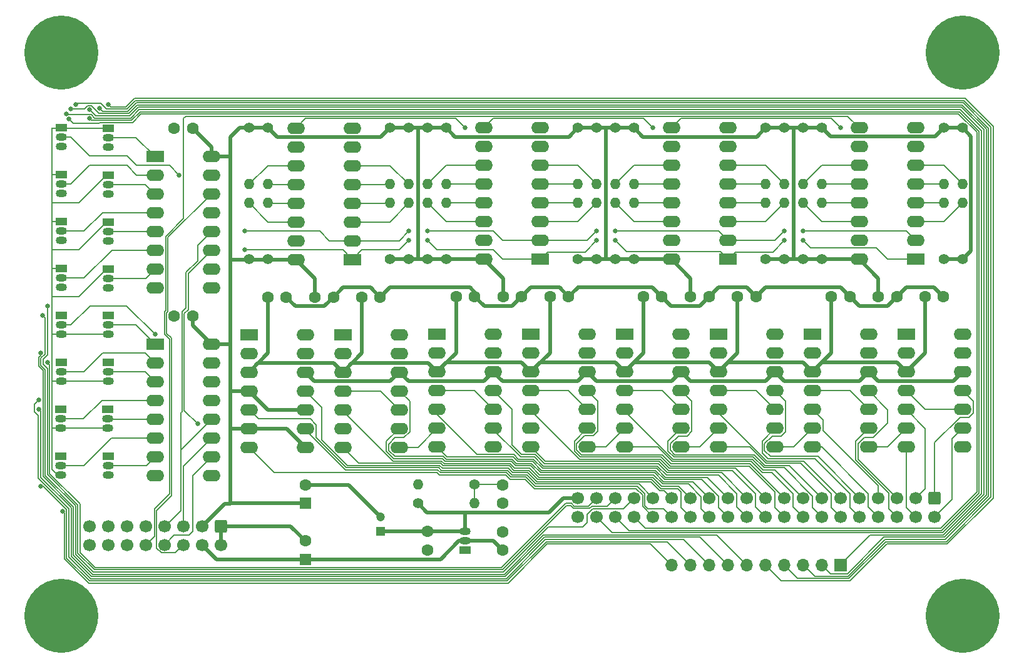
<source format=gbr>
%TF.GenerationSoftware,KiCad,Pcbnew,(6.0.6)*%
%TF.CreationDate,2022-07-31T05:49:08-04:00*%
%TF.ProjectId,calculator_interface,63616c63-756c-4617-946f-725f696e7465,rev?*%
%TF.SameCoordinates,Original*%
%TF.FileFunction,Copper,L1,Top*%
%TF.FilePolarity,Positive*%
%FSLAX46Y46*%
G04 Gerber Fmt 4.6, Leading zero omitted, Abs format (unit mm)*
G04 Created by KiCad (PCBNEW (6.0.6)) date 2022-07-31 05:49:08*
%MOMM*%
%LPD*%
G01*
G04 APERTURE LIST*
G04 Aperture macros list*
%AMRoundRect*
0 Rectangle with rounded corners*
0 $1 Rounding radius*
0 $2 $3 $4 $5 $6 $7 $8 $9 X,Y pos of 4 corners*
0 Add a 4 corners polygon primitive as box body*
4,1,4,$2,$3,$4,$5,$6,$7,$8,$9,$2,$3,0*
0 Add four circle primitives for the rounded corners*
1,1,$1+$1,$2,$3*
1,1,$1+$1,$4,$5*
1,1,$1+$1,$6,$7*
1,1,$1+$1,$8,$9*
0 Add four rect primitives between the rounded corners*
20,1,$1+$1,$2,$3,$4,$5,0*
20,1,$1+$1,$4,$5,$6,$7,0*
20,1,$1+$1,$6,$7,$8,$9,0*
20,1,$1+$1,$8,$9,$2,$3,0*%
G04 Aperture macros list end*
%TA.AperFunction,ComponentPad*%
%ADD10C,1.400000*%
%TD*%
%TA.AperFunction,ComponentPad*%
%ADD11O,1.400000X1.400000*%
%TD*%
%TA.AperFunction,ComponentPad*%
%ADD12R,1.600000X1.600000*%
%TD*%
%TA.AperFunction,ComponentPad*%
%ADD13C,1.600000*%
%TD*%
%TA.AperFunction,ComponentPad*%
%ADD14C,0.900000*%
%TD*%
%TA.AperFunction,ComponentPad*%
%ADD15C,10.000000*%
%TD*%
%TA.AperFunction,ComponentPad*%
%ADD16R,1.500000X1.050000*%
%TD*%
%TA.AperFunction,ComponentPad*%
%ADD17O,1.500000X1.050000*%
%TD*%
%TA.AperFunction,ComponentPad*%
%ADD18R,2.400000X1.600000*%
%TD*%
%TA.AperFunction,ComponentPad*%
%ADD19O,2.400000X1.600000*%
%TD*%
%TA.AperFunction,ComponentPad*%
%ADD20R,1.200000X1.200000*%
%TD*%
%TA.AperFunction,ComponentPad*%
%ADD21C,1.200000*%
%TD*%
%TA.AperFunction,ComponentPad*%
%ADD22R,1.700000X1.700000*%
%TD*%
%TA.AperFunction,ComponentPad*%
%ADD23O,1.700000X1.700000*%
%TD*%
%TA.AperFunction,ComponentPad*%
%ADD24RoundRect,0.250000X-0.600000X0.600000X-0.600000X-0.600000X0.600000X-0.600000X0.600000X0.600000X0*%
%TD*%
%TA.AperFunction,ComponentPad*%
%ADD25C,1.700000*%
%TD*%
%TA.AperFunction,ViaPad*%
%ADD26C,0.660400*%
%TD*%
%TA.AperFunction,Conductor*%
%ADD27C,0.152400*%
%TD*%
%TA.AperFunction,Conductor*%
%ADD28C,0.508000*%
%TD*%
G04 APERTURE END LIST*
D10*
%TO.P,R13,1*%
%TO.N,+3V3*%
X105410000Y-60960000D03*
D11*
%TO.P,R13,2*%
%TO.N,/LCD Reading/DAT-13*%
X105410000Y-53340000D03*
%TD*%
D12*
%TO.P,C5,1*%
%TO.N,+3V3*%
X66040000Y-93980000D03*
D13*
%TO.P,C5,2*%
%TO.N,GND*%
X66040000Y-91480000D03*
%TD*%
%TO.P,C2,1*%
%TO.N,+5V*%
X92710000Y-100330000D03*
%TO.P,C2,2*%
%TO.N,GND*%
X92710000Y-97830000D03*
%TD*%
D14*
%TO.P,J4,1,Pin_1*%
%TO.N,GND*%
X157591650Y-30368350D03*
X152288350Y-30368350D03*
X151190000Y-33020000D03*
X152288350Y-35671650D03*
X157591650Y-35671650D03*
D15*
X154940000Y-33020000D03*
D14*
X154940000Y-29270000D03*
X154940000Y-36770000D03*
X158690000Y-33020000D03*
%TD*%
D10*
%TO.P,R11,1*%
%TO.N,+3V3*%
X85090000Y-60960000D03*
D11*
%TO.P,R11,2*%
%TO.N,/LCD Reading/DAT-11*%
X85090000Y-53340000D03*
%TD*%
D16*
%TO.P,Q8,1,S*%
%TO.N,Net-(Q1-Pad1)*%
X39370000Y-62245000D03*
D17*
%TO.P,Q8,2,G*%
%TO.N,/Keypad Driving/XA7*%
X39370000Y-63515000D03*
%TO.P,Q8,3,D*%
%TO.N,/Keypad Driving/A7*%
X39370000Y-64785000D03*
%TD*%
D13*
%TO.P,C20,1*%
%TO.N,+3V3*%
X50800000Y-68595000D03*
%TO.P,C20,2*%
%TO.N,GND*%
X48300000Y-68595000D03*
%TD*%
D18*
%TO.P,U9,1*%
%TO.N,/LCD Reading/DAT-18*%
X109205000Y-71115000D03*
D19*
%TO.P,U9,2*%
%TO.N,/LCD Reading/DAT-17*%
X109205000Y-73655000D03*
%TO.P,U9,3,V+*%
%TO.N,+5V*%
X109205000Y-76195000D03*
%TO.P,U9,4,-*%
%TO.N,Net-(C17-Pad1)*%
X109205000Y-78735000D03*
%TO.P,U9,5,+*%
%TO.N,/LCD Reading/LCD-17*%
X109205000Y-81275000D03*
%TO.P,U9,6,-*%
%TO.N,Net-(C17-Pad1)*%
X109205000Y-83815000D03*
%TO.P,U9,7,+*%
%TO.N,/LCD Reading/LCD-18*%
X109205000Y-86355000D03*
%TO.P,U9,8,-*%
%TO.N,Net-(C17-Pad1)*%
X116825000Y-86355000D03*
%TO.P,U9,9,+*%
%TO.N,/LCD Reading/LCD-20*%
X116825000Y-83815000D03*
%TO.P,U9,10,-*%
%TO.N,Net-(C17-Pad1)*%
X116825000Y-81275000D03*
%TO.P,U9,11,+*%
%TO.N,/LCD Reading/LCD-19*%
X116825000Y-78735000D03*
%TO.P,U9,12,V-*%
%TO.N,GND*%
X116825000Y-76195000D03*
%TO.P,U9,13*%
%TO.N,/LCD Reading/DAT-19*%
X116825000Y-73655000D03*
%TO.P,U9,14*%
%TO.N,/LCD Reading/DAT-20*%
X116825000Y-71115000D03*
%TD*%
D10*
%TO.P,R33,1*%
%TO.N,+1V5*%
X81280000Y-93980000D03*
D11*
%TO.P,R33,2*%
%TO.N,Net-(C17-Pad1)*%
X88900000Y-93980000D03*
%TD*%
D10*
%TO.P,R9,1*%
%TO.N,+3V3*%
X82550000Y-43180000D03*
D11*
%TO.P,R9,2*%
%TO.N,/LCD Reading/DAT-9*%
X82550000Y-50800000D03*
%TD*%
D20*
%TO.P,C4,1*%
%TO.N,+1V5*%
X76200000Y-97790000D03*
D21*
%TO.P,C4,2*%
%TO.N,GND*%
X76200000Y-95790000D03*
%TD*%
D13*
%TO.P,C3,1*%
%TO.N,+1V5*%
X82550000Y-97790000D03*
%TO.P,C3,2*%
%TO.N,GND*%
X82550000Y-100290000D03*
%TD*%
D10*
%TO.P,R27,1*%
%TO.N,+3V3*%
X135890000Y-60960000D03*
D11*
%TO.P,R27,2*%
%TO.N,/LCD Reading/DAT-27*%
X135890000Y-53340000D03*
%TD*%
D10*
%TO.P,R23,1*%
%TO.N,+3V3*%
X128270000Y-43180000D03*
D11*
%TO.P,R23,2*%
%TO.N,/LCD Reading/DAT-23*%
X128270000Y-50800000D03*
%TD*%
D18*
%TO.P,U8,1,~{PL}*%
%TO.N,/LCD Reading/~{SAMPLE}*%
X123190000Y-60960000D03*
D19*
%TO.P,U8,2,CP*%
%TO.N,/LCD Reading/CLOCK*%
X123190000Y-58420000D03*
%TO.P,U8,3,D4*%
%TO.N,/LCD Reading/DAT-21*%
X123190000Y-55880000D03*
%TO.P,U8,4,D5*%
%TO.N,/LCD Reading/DAT-22*%
X123190000Y-53340000D03*
%TO.P,U8,5,D6*%
%TO.N,/LCD Reading/DAT-23*%
X123190000Y-50800000D03*
%TO.P,U8,6,D7*%
%TO.N,/LCD Reading/DAT-24*%
X123190000Y-48260000D03*
%TO.P,U8,7,~{Q7}*%
%TO.N,unconnected-(U8-Pad7)*%
X123190000Y-45720000D03*
%TO.P,U8,8,GND*%
%TO.N,GND*%
X123190000Y-43180000D03*
%TO.P,U8,9,Q7*%
%TO.N,Net-(U11-Pad10)*%
X115570000Y-43180000D03*
%TO.P,U8,10,DS*%
%TO.N,Net-(U5-Pad9)*%
X115570000Y-45720000D03*
%TO.P,U8,11,D0*%
%TO.N,/LCD Reading/DAT-17*%
X115570000Y-48260000D03*
%TO.P,U8,12,D1*%
%TO.N,/LCD Reading/DAT-18*%
X115570000Y-50800000D03*
%TO.P,U8,13,D2*%
%TO.N,/LCD Reading/DAT-19*%
X115570000Y-53340000D03*
%TO.P,U8,14,D3*%
%TO.N,/LCD Reading/DAT-20*%
X115570000Y-55880000D03*
%TO.P,U8,15,~{CE}*%
%TO.N,GND*%
X115570000Y-58420000D03*
%TO.P,U8,16,VCC*%
%TO.N,+3V3*%
X115570000Y-60960000D03*
%TD*%
D14*
%TO.P,J6,1,Pin_1*%
%TO.N,GND*%
X154940000Y-112970000D03*
D15*
X154940000Y-109220000D03*
D14*
X152288350Y-106568350D03*
X157591650Y-106568350D03*
X152288350Y-111871650D03*
X151190000Y-109220000D03*
X157591650Y-111871650D03*
X154940000Y-105470000D03*
X158690000Y-109220000D03*
%TD*%
D13*
%TO.P,C16,1*%
%TO.N,+5V*%
X137185000Y-66035000D03*
%TO.P,C16,2*%
%TO.N,GND*%
X139685000Y-66035000D03*
%TD*%
D10*
%TO.P,R34,1*%
%TO.N,Net-(C17-Pad1)*%
X88860000Y-91440000D03*
D11*
%TO.P,R34,2*%
%TO.N,GND*%
X81240000Y-91440000D03*
%TD*%
D16*
%TO.P,Q4,1,S*%
%TO.N,Net-(Q1-Pad1)*%
X39370000Y-49545000D03*
D17*
%TO.P,Q4,2,G*%
%TO.N,/Keypad Driving/XA3*%
X39370000Y-50815000D03*
%TO.P,Q4,3,D*%
%TO.N,/Keypad Driving/A3*%
X39370000Y-52085000D03*
%TD*%
D18*
%TO.P,U13,1*%
%TO.N,/LCD Reading/DAT-30*%
X147305000Y-71110000D03*
D19*
%TO.P,U13,2*%
%TO.N,/LCD Reading/DAT-29*%
X147305000Y-73650000D03*
%TO.P,U13,3,V+*%
%TO.N,+5V*%
X147305000Y-76190000D03*
%TO.P,U13,4,-*%
%TO.N,Net-(C17-Pad1)*%
X147305000Y-78730000D03*
%TO.P,U13,5,+*%
%TO.N,/LCD Reading/LCD-29*%
X147305000Y-81270000D03*
%TO.P,U13,6,-*%
%TO.N,Net-(C17-Pad1)*%
X147305000Y-83810000D03*
%TO.P,U13,7,+*%
%TO.N,/LCD Reading/LCD-30*%
X147305000Y-86350000D03*
%TO.P,U13,8,-*%
%TO.N,Net-(C17-Pad1)*%
X154925000Y-86350000D03*
%TO.P,U13,9,+*%
%TO.N,/LCD Reading/LCD-32*%
X154925000Y-83810000D03*
%TO.P,U13,10,-*%
%TO.N,Net-(C17-Pad1)*%
X154925000Y-81270000D03*
%TO.P,U13,11,+*%
%TO.N,/LCD Reading/LCD-31*%
X154925000Y-78730000D03*
%TO.P,U13,12,V-*%
%TO.N,GND*%
X154925000Y-76190000D03*
%TO.P,U13,13*%
%TO.N,/LCD Reading/DAT-31*%
X154925000Y-73650000D03*
%TO.P,U13,14*%
%TO.N,/LCD Reading/DAT-32*%
X154925000Y-71110000D03*
%TD*%
D10*
%TO.P,R32,1*%
%TO.N,+3V3*%
X154940000Y-43180000D03*
D11*
%TO.P,R32,2*%
%TO.N,/LCD Reading/DAT-32*%
X154940000Y-50800000D03*
%TD*%
D10*
%TO.P,R8,1*%
%TO.N,+3V3*%
X80010000Y-43180000D03*
D11*
%TO.P,R8,2*%
%TO.N,/LCD Reading/DAT-8*%
X80010000Y-50800000D03*
%TD*%
D13*
%TO.P,C7,1*%
%TO.N,GND*%
X95280000Y-66025000D03*
%TO.P,C7,2*%
%TO.N,+3V3*%
X92780000Y-66025000D03*
%TD*%
D16*
%TO.P,Q2,1,S*%
%TO.N,Net-(Q1-Pad1)*%
X39370000Y-43195000D03*
D17*
%TO.P,Q2,2,G*%
%TO.N,/Keypad Driving/XA1*%
X39370000Y-44465000D03*
%TO.P,Q2,3,D*%
%TO.N,/Keypad Driving/A1*%
X39370000Y-45735000D03*
%TD*%
D18*
%TO.P,U7,1*%
%TO.N,/LCD Reading/DAT-14*%
X96535000Y-71100000D03*
D19*
%TO.P,U7,2*%
%TO.N,/LCD Reading/DAT-13*%
X96535000Y-73640000D03*
%TO.P,U7,3,V+*%
%TO.N,+5V*%
X96535000Y-76180000D03*
%TO.P,U7,4,-*%
%TO.N,Net-(C17-Pad1)*%
X96535000Y-78720000D03*
%TO.P,U7,5,+*%
%TO.N,/LCD Reading/LCD-13*%
X96535000Y-81260000D03*
%TO.P,U7,6,-*%
%TO.N,Net-(C17-Pad1)*%
X96535000Y-83800000D03*
%TO.P,U7,7,+*%
%TO.N,/LCD Reading/LCD-14*%
X96535000Y-86340000D03*
%TO.P,U7,8,-*%
%TO.N,Net-(C17-Pad1)*%
X104155000Y-86340000D03*
%TO.P,U7,9,+*%
%TO.N,/LCD Reading/LCD-16*%
X104155000Y-83800000D03*
%TO.P,U7,10,-*%
%TO.N,Net-(C17-Pad1)*%
X104155000Y-81260000D03*
%TO.P,U7,11,+*%
%TO.N,/LCD Reading/LCD-15*%
X104155000Y-78720000D03*
%TO.P,U7,12,V-*%
%TO.N,GND*%
X104155000Y-76180000D03*
%TO.P,U7,13*%
%TO.N,/LCD Reading/DAT-15*%
X104155000Y-73640000D03*
%TO.P,U7,14*%
%TO.N,/LCD Reading/DAT-16*%
X104155000Y-71100000D03*
%TD*%
D10*
%TO.P,R15,1*%
%TO.N,+3V3*%
X102870000Y-43180000D03*
D11*
%TO.P,R15,2*%
%TO.N,/LCD Reading/DAT-15*%
X102870000Y-50800000D03*
%TD*%
D10*
%TO.P,R16,1*%
%TO.N,+3V3*%
X105410000Y-43180000D03*
D11*
%TO.P,R16,2*%
%TO.N,/LCD Reading/DAT-16*%
X105410000Y-50800000D03*
%TD*%
D10*
%TO.P,R18,1*%
%TO.N,+3V3*%
X110490000Y-43180000D03*
D11*
%TO.P,R18,2*%
%TO.N,/LCD Reading/DAT-18*%
X110490000Y-50800000D03*
%TD*%
D16*
%TO.P,Q16,1,S*%
%TO.N,GND*%
X39340000Y-87630000D03*
D17*
%TO.P,Q16,2,G*%
%TO.N,/Keypad Driving/XRESET*%
X39340000Y-88900000D03*
%TO.P,Q16,3,D*%
%TO.N,/Keypad Driving/RESET*%
X39340000Y-90170000D03*
%TD*%
D16*
%TO.P,Q5,1,S*%
%TO.N,Net-(Q1-Pad1)*%
X33020000Y-55880000D03*
D17*
%TO.P,Q5,2,G*%
%TO.N,/Keypad Driving/XA4*%
X33020000Y-57150000D03*
%TO.P,Q5,3,D*%
%TO.N,/Keypad Driving/A4*%
X33020000Y-58420000D03*
%TD*%
D10*
%TO.P,R30,1*%
%TO.N,+3V3*%
X152400000Y-60960000D03*
D11*
%TO.P,R30,2*%
%TO.N,/LCD Reading/DAT-30*%
X152400000Y-53340000D03*
%TD*%
D13*
%TO.P,C14,1*%
%TO.N,+5V*%
X111745000Y-66040000D03*
%TO.P,C14,2*%
%TO.N,GND*%
X114245000Y-66040000D03*
%TD*%
D14*
%TO.P,J3,1,Pin_1*%
%TO.N,GND*%
X36770000Y-33020000D03*
X30368350Y-30368350D03*
X35671650Y-30368350D03*
D15*
X33020000Y-33020000D03*
D14*
X29270000Y-33020000D03*
X33020000Y-29270000D03*
X30368350Y-35671650D03*
X35671650Y-35671650D03*
X33020000Y-36770000D03*
%TD*%
D10*
%TO.P,R26,1*%
%TO.N,+3V3*%
X135890000Y-43180000D03*
D11*
%TO.P,R26,2*%
%TO.N,/LCD Reading/DAT-26*%
X135890000Y-50800000D03*
%TD*%
D18*
%TO.P,U2,1,~{PL}*%
%TO.N,/LCD Reading/~{SAMPLE}*%
X72375000Y-60975000D03*
D19*
%TO.P,U2,2,CP*%
%TO.N,/LCD Reading/CLOCK*%
X72375000Y-58435000D03*
%TO.P,U2,3,D4*%
%TO.N,/LCD Reading/DAT-5*%
X72375000Y-55895000D03*
%TO.P,U2,4,D5*%
%TO.N,/LCD Reading/DAT-6*%
X72375000Y-53355000D03*
%TO.P,U2,5,D6*%
%TO.N,/LCD Reading/DAT-7*%
X72375000Y-50815000D03*
%TO.P,U2,6,D7*%
%TO.N,/LCD Reading/DAT-8*%
X72375000Y-48275000D03*
%TO.P,U2,7,~{Q7}*%
%TO.N,unconnected-(U2-Pad7)*%
X72375000Y-45735000D03*
%TO.P,U2,8,GND*%
%TO.N,GND*%
X72375000Y-43195000D03*
%TO.P,U2,9,Q7*%
%TO.N,Net-(U2-Pad9)*%
X64755000Y-43195000D03*
%TO.P,U2,10,DS*%
%TO.N,GND*%
X64755000Y-45735000D03*
%TO.P,U2,11,D0*%
%TO.N,/LCD Reading/DAT-1*%
X64755000Y-48275000D03*
%TO.P,U2,12,D1*%
%TO.N,/LCD Reading/DAT-2*%
X64755000Y-50815000D03*
%TO.P,U2,13,D2*%
%TO.N,/LCD Reading/DAT-3*%
X64755000Y-53355000D03*
%TO.P,U2,14,D3*%
%TO.N,/LCD Reading/DAT-4*%
X64755000Y-55895000D03*
%TO.P,U2,15,~{CE}*%
%TO.N,GND*%
X64755000Y-58435000D03*
%TO.P,U2,16,VCC*%
%TO.N,+3V3*%
X64755000Y-60975000D03*
%TD*%
D10*
%TO.P,R25,1*%
%TO.N,+3V3*%
X133350000Y-43180000D03*
D11*
%TO.P,R25,2*%
%TO.N,/LCD Reading/DAT-25*%
X133350000Y-50800000D03*
%TD*%
D10*
%TO.P,R19,1*%
%TO.N,+3V3*%
X110490000Y-60960000D03*
D11*
%TO.P,R19,2*%
%TO.N,/LCD Reading/DAT-19*%
X110490000Y-53340000D03*
%TD*%
D10*
%TO.P,R20,1*%
%TO.N,+3V3*%
X107950000Y-60960000D03*
D11*
%TO.P,R20,2*%
%TO.N,/LCD Reading/DAT-20*%
X107950000Y-53340000D03*
%TD*%
D16*
%TO.P,Q1,1,S*%
%TO.N,Net-(Q1-Pad1)*%
X33020000Y-43180000D03*
D17*
%TO.P,Q1,2,G*%
%TO.N,/Keypad Driving/XA0*%
X33020000Y-44450000D03*
%TO.P,Q1,3,D*%
%TO.N,/Keypad Driving/A0*%
X33020000Y-45720000D03*
%TD*%
D16*
%TO.P,Q11,1,S*%
%TO.N,/Keypad Driving/B2*%
X32990000Y-74930000D03*
D17*
%TO.P,Q11,2,G*%
%TO.N,/Keypad Driving/XB2*%
X32990000Y-76200000D03*
%TO.P,Q11,3,D*%
%TO.N,Net-(Q1-Pad1)*%
X32990000Y-77470000D03*
%TD*%
D10*
%TO.P,R2,1*%
%TO.N,+3V3*%
X60960000Y-43180000D03*
D11*
%TO.P,R2,2*%
%TO.N,/LCD Reading/DAT-2*%
X60960000Y-50800000D03*
%TD*%
D10*
%TO.P,R6,1*%
%TO.N,+3V3*%
X77470000Y-60960000D03*
D11*
%TO.P,R6,2*%
%TO.N,/LCD Reading/DAT-6*%
X77470000Y-53340000D03*
%TD*%
D16*
%TO.P,Q14,1,S*%
%TO.N,/Keypad Driving/B5*%
X39325000Y-81280000D03*
D17*
%TO.P,Q14,2,G*%
%TO.N,/Keypad Driving/XB5*%
X39325000Y-82550000D03*
%TO.P,Q14,3,D*%
%TO.N,Net-(Q1-Pad1)*%
X39325000Y-83820000D03*
%TD*%
D10*
%TO.P,R21,1*%
%TO.N,+3V3*%
X130810000Y-60960000D03*
D11*
%TO.P,R21,2*%
%TO.N,/LCD Reading/DAT-21*%
X130810000Y-53340000D03*
%TD*%
D13*
%TO.P,C11,1*%
%TO.N,+5V*%
X73645000Y-66055000D03*
%TO.P,C11,2*%
%TO.N,GND*%
X76145000Y-66055000D03*
%TD*%
D22*
%TO.P,J7,1,A3*%
%TO.N,/Keypad Driving/A3*%
X138425000Y-102320000D03*
D23*
%TO.P,J7,2,A4*%
%TO.N,/Keypad Driving/A4*%
X135885000Y-102320000D03*
%TO.P,J7,3,A5*%
%TO.N,/Keypad Driving/A5*%
X133345000Y-102320000D03*
%TO.P,J7,4,A6*%
%TO.N,/Keypad Driving/A6*%
X130805000Y-102320000D03*
%TO.P,J7,5,A7*%
%TO.N,/Keypad Driving/A7*%
X128265000Y-102320000D03*
%TO.P,J7,6,B3*%
%TO.N,/Keypad Driving/B3*%
X125725000Y-102320000D03*
%TO.P,J7,7,B4*%
%TO.N,/Keypad Driving/B4*%
X123185000Y-102320000D03*
%TO.P,J7,8,B5*%
%TO.N,/Keypad Driving/B5*%
X120645000Y-102320000D03*
%TO.P,J7,9,B6*%
%TO.N,/Keypad Driving/B6*%
X118105000Y-102320000D03*
%TO.P,J7,10,RESET*%
%TO.N,/Keypad Driving/RESET*%
X115565000Y-102320000D03*
%TD*%
D16*
%TO.P,Q9,1,S*%
%TO.N,/Keypad Driving/B0*%
X32990000Y-68580000D03*
D17*
%TO.P,Q9,2,G*%
%TO.N,/Keypad Driving/XB0*%
X32990000Y-69850000D03*
%TO.P,Q9,3,D*%
%TO.N,Net-(Q1-Pad1)*%
X32990000Y-71120000D03*
%TD*%
D18*
%TO.P,U4,1*%
%TO.N,/LCD Reading/DAT-6*%
X71090000Y-71130000D03*
D19*
%TO.P,U4,2*%
%TO.N,/LCD Reading/DAT-5*%
X71090000Y-73670000D03*
%TO.P,U4,3,V+*%
%TO.N,+5V*%
X71090000Y-76210000D03*
%TO.P,U4,4,-*%
%TO.N,Net-(C17-Pad1)*%
X71090000Y-78750000D03*
%TO.P,U4,5,+*%
%TO.N,/LCD Reading/LCD-5*%
X71090000Y-81290000D03*
%TO.P,U4,6,-*%
%TO.N,Net-(C17-Pad1)*%
X71090000Y-83830000D03*
%TO.P,U4,7,+*%
%TO.N,/LCD Reading/LCD-6*%
X71090000Y-86370000D03*
%TO.P,U4,8,-*%
%TO.N,Net-(C17-Pad1)*%
X78710000Y-86370000D03*
%TO.P,U4,9,+*%
%TO.N,/LCD Reading/LCD-8*%
X78710000Y-83830000D03*
%TO.P,U4,10,-*%
%TO.N,Net-(C17-Pad1)*%
X78710000Y-81290000D03*
%TO.P,U4,11,+*%
%TO.N,/LCD Reading/LCD-7*%
X78710000Y-78750000D03*
%TO.P,U4,12,V-*%
%TO.N,GND*%
X78710000Y-76210000D03*
%TO.P,U4,13*%
%TO.N,/LCD Reading/DAT-7*%
X78710000Y-73670000D03*
%TO.P,U4,14*%
%TO.N,/LCD Reading/DAT-8*%
X78710000Y-71130000D03*
%TD*%
D13*
%TO.P,C13,1*%
%TO.N,+5V*%
X99130000Y-66025000D03*
%TO.P,C13,2*%
%TO.N,GND*%
X101630000Y-66025000D03*
%TD*%
D16*
%TO.P,Q10,1,S*%
%TO.N,/Keypad Driving/B1*%
X39340000Y-68580000D03*
D17*
%TO.P,Q10,2,G*%
%TO.N,/Keypad Driving/XB1*%
X39340000Y-69850000D03*
%TO.P,Q10,3,D*%
%TO.N,Net-(Q1-Pad1)*%
X39340000Y-71120000D03*
%TD*%
D10*
%TO.P,R22,1*%
%TO.N,+3V3*%
X128270000Y-60960000D03*
D11*
%TO.P,R22,2*%
%TO.N,/LCD Reading/DAT-22*%
X128270000Y-53340000D03*
%TD*%
D16*
%TO.P,U1,1,GND*%
%TO.N,GND*%
X87630000Y-100330000D03*
D17*
%TO.P,U1,2,VIN*%
%TO.N,+5V*%
X87630000Y-99060000D03*
%TO.P,U1,3,VOUT*%
%TO.N,+1V5*%
X87630000Y-97790000D03*
%TD*%
D10*
%TO.P,R29,1*%
%TO.N,+3V3*%
X154940000Y-60960000D03*
D11*
%TO.P,R29,2*%
%TO.N,/LCD Reading/DAT-29*%
X154940000Y-53340000D03*
%TD*%
D16*
%TO.P,Q7,1,S*%
%TO.N,Net-(Q1-Pad1)*%
X33020000Y-62230000D03*
D17*
%TO.P,Q7,2,G*%
%TO.N,/Keypad Driving/XA6*%
X33020000Y-63500000D03*
%TO.P,Q7,3,D*%
%TO.N,/Keypad Driving/A6*%
X33020000Y-64770000D03*
%TD*%
D18*
%TO.P,U3,1*%
%TO.N,/LCD Reading/DAT-2*%
X58390000Y-71130000D03*
D19*
%TO.P,U3,2*%
%TO.N,/LCD Reading/DAT-1*%
X58390000Y-73670000D03*
%TO.P,U3,3,V+*%
%TO.N,+5V*%
X58390000Y-76210000D03*
%TO.P,U3,4,-*%
%TO.N,+3V3*%
X58390000Y-78750000D03*
%TO.P,U3,5,+*%
%TO.N,/LCD Reading/LCD-1*%
X58390000Y-81290000D03*
%TO.P,U3,6,-*%
%TO.N,+3V3*%
X58390000Y-83830000D03*
%TO.P,U3,7,+*%
%TO.N,/LCD Reading/LCD-2*%
X58390000Y-86370000D03*
%TO.P,U3,8,-*%
%TO.N,+3V3*%
X66010000Y-86370000D03*
%TO.P,U3,9,+*%
%TO.N,/LCD Reading/LCD-4*%
X66010000Y-83830000D03*
%TO.P,U3,10,-*%
%TO.N,+3V3*%
X66010000Y-81290000D03*
%TO.P,U3,11,+*%
%TO.N,/LCD Reading/LCD-3*%
X66010000Y-78750000D03*
%TO.P,U3,12,V-*%
%TO.N,GND*%
X66010000Y-76210000D03*
%TO.P,U3,13*%
%TO.N,/LCD Reading/DAT-3*%
X66010000Y-73670000D03*
%TO.P,U3,14*%
%TO.N,/LCD Reading/DAT-4*%
X66010000Y-71130000D03*
%TD*%
D13*
%TO.P,C19,1*%
%TO.N,GND*%
X48260000Y-43195000D03*
%TO.P,C19,2*%
%TO.N,+3V3*%
X50760000Y-43195000D03*
%TD*%
D18*
%TO.P,U15,1,QB*%
%TO.N,/Keypad Driving/XB1*%
X45705000Y-72450000D03*
D19*
%TO.P,U15,2,QC*%
%TO.N,/Keypad Driving/XB2*%
X45705000Y-74990000D03*
%TO.P,U15,3,QD*%
%TO.N,/Keypad Driving/XB3*%
X45705000Y-77530000D03*
%TO.P,U15,4,QE*%
%TO.N,/Keypad Driving/XB4*%
X45705000Y-80070000D03*
%TO.P,U15,5,QF*%
%TO.N,/Keypad Driving/XB5*%
X45705000Y-82610000D03*
%TO.P,U15,6,QG*%
%TO.N,/Keypad Driving/XB6*%
X45705000Y-85150000D03*
%TO.P,U15,7,QH*%
%TO.N,/Keypad Driving/XRESET*%
X45705000Y-87690000D03*
%TO.P,U15,8,GND*%
%TO.N,GND*%
X45705000Y-90230000D03*
%TO.P,U15,9,QH'*%
%TO.N,unconnected-(U15-Pad9)*%
X53325000Y-90230000D03*
%TO.P,U15,10,~{SRCLR}*%
%TO.N,/Keypad Driving/~{BLANK}*%
X53325000Y-87690000D03*
%TO.P,U15,11,SRCLK*%
%TO.N,/Keypad Driving/CLOCK*%
X53325000Y-85150000D03*
%TO.P,U15,12,RCLK*%
%TO.N,/Keypad Driving/SHOW*%
X53325000Y-82610000D03*
%TO.P,U15,13,~{OE}*%
%TO.N,GND*%
X53325000Y-80070000D03*
%TO.P,U15,14,SER*%
%TO.N,Net-(U14-Pad9)*%
X53325000Y-77530000D03*
%TO.P,U15,15,QA*%
%TO.N,/Keypad Driving/XB0*%
X53325000Y-74990000D03*
%TO.P,U15,16,VCC*%
%TO.N,+3V3*%
X53325000Y-72450000D03*
%TD*%
D10*
%TO.P,R12,1*%
%TO.N,+3V3*%
X82550000Y-60960000D03*
D11*
%TO.P,R12,2*%
%TO.N,/LCD Reading/DAT-12*%
X82550000Y-53340000D03*
%TD*%
D13*
%TO.P,C18,1*%
%TO.N,+5V*%
X149845000Y-66035000D03*
%TO.P,C18,2*%
%TO.N,GND*%
X152345000Y-66035000D03*
%TD*%
D10*
%TO.P,R3,1*%
%TO.N,+3V3*%
X60960000Y-60960000D03*
D11*
%TO.P,R3,2*%
%TO.N,/LCD Reading/DAT-3*%
X60960000Y-53340000D03*
%TD*%
D13*
%TO.P,C10,1*%
%TO.N,+5V*%
X60945000Y-66055000D03*
%TO.P,C10,2*%
%TO.N,GND*%
X63445000Y-66055000D03*
%TD*%
D12*
%TO.P,C1,1*%
%TO.N,+5V*%
X66040000Y-101560000D03*
D13*
%TO.P,C1,2*%
%TO.N,GND*%
X66040000Y-99060000D03*
%TD*%
D18*
%TO.P,U10,1*%
%TO.N,/LCD Reading/DAT-22*%
X121920000Y-71120000D03*
D19*
%TO.P,U10,2*%
%TO.N,/LCD Reading/DAT-21*%
X121920000Y-73660000D03*
%TO.P,U10,3,V+*%
%TO.N,+5V*%
X121920000Y-76200000D03*
%TO.P,U10,4,-*%
%TO.N,Net-(C17-Pad1)*%
X121920000Y-78740000D03*
%TO.P,U10,5,+*%
%TO.N,/LCD Reading/LCD-21*%
X121920000Y-81280000D03*
%TO.P,U10,6,-*%
%TO.N,Net-(C17-Pad1)*%
X121920000Y-83820000D03*
%TO.P,U10,7,+*%
%TO.N,/LCD Reading/LCD-22*%
X121920000Y-86360000D03*
%TO.P,U10,8,-*%
%TO.N,Net-(C17-Pad1)*%
X129540000Y-86360000D03*
%TO.P,U10,9,+*%
%TO.N,/LCD Reading/LCD-24*%
X129540000Y-83820000D03*
%TO.P,U10,10,-*%
%TO.N,Net-(C17-Pad1)*%
X129540000Y-81280000D03*
%TO.P,U10,11,+*%
%TO.N,/LCD Reading/LCD-23*%
X129540000Y-78740000D03*
%TO.P,U10,12,V-*%
%TO.N,GND*%
X129540000Y-76200000D03*
%TO.P,U10,13*%
%TO.N,/LCD Reading/DAT-23*%
X129540000Y-73660000D03*
%TO.P,U10,14*%
%TO.N,/LCD Reading/DAT-24*%
X129540000Y-71120000D03*
%TD*%
D16*
%TO.P,Q6,1,S*%
%TO.N,Net-(Q1-Pad1)*%
X39370000Y-55895000D03*
D17*
%TO.P,Q6,2,G*%
%TO.N,/Keypad Driving/XA5*%
X39370000Y-57165000D03*
%TO.P,Q6,3,D*%
%TO.N,/Keypad Driving/A5*%
X39370000Y-58435000D03*
%TD*%
D18*
%TO.P,U14,1,QB*%
%TO.N,/Keypad Driving/XA1*%
X45690000Y-47020000D03*
D19*
%TO.P,U14,2,QC*%
%TO.N,/Keypad Driving/XA2*%
X45690000Y-49560000D03*
%TO.P,U14,3,QD*%
%TO.N,/Keypad Driving/XA3*%
X45690000Y-52100000D03*
%TO.P,U14,4,QE*%
%TO.N,/Keypad Driving/XA4*%
X45690000Y-54640000D03*
%TO.P,U14,5,QF*%
%TO.N,/Keypad Driving/XA5*%
X45690000Y-57180000D03*
%TO.P,U14,6,QG*%
%TO.N,/Keypad Driving/XA6*%
X45690000Y-59720000D03*
%TO.P,U14,7,QH*%
%TO.N,/Keypad Driving/XA7*%
X45690000Y-62260000D03*
%TO.P,U14,8,GND*%
%TO.N,GND*%
X45690000Y-64800000D03*
%TO.P,U14,9,QH'*%
%TO.N,Net-(U14-Pad9)*%
X53310000Y-64800000D03*
%TO.P,U14,10,~{SRCLR}*%
%TO.N,/Keypad Driving/~{BLANK}*%
X53310000Y-62260000D03*
%TO.P,U14,11,SRCLK*%
%TO.N,/Keypad Driving/CLOCK*%
X53310000Y-59720000D03*
%TO.P,U14,12,RCLK*%
%TO.N,/Keypad Driving/SHOW*%
X53310000Y-57180000D03*
%TO.P,U14,13,~{OE}*%
%TO.N,GND*%
X53310000Y-54640000D03*
%TO.P,U14,14,SER*%
%TO.N,/Keypad Driving/DATA*%
X53310000Y-52100000D03*
%TO.P,U14,15,QA*%
%TO.N,/Keypad Driving/XA0*%
X53310000Y-49560000D03*
%TO.P,U14,16,VCC*%
%TO.N,+3V3*%
X53310000Y-47020000D03*
%TD*%
D16*
%TO.P,Q13,1,S*%
%TO.N,/Keypad Driving/B4*%
X32975000Y-81280000D03*
D17*
%TO.P,Q13,2,G*%
%TO.N,/Keypad Driving/XB4*%
X32975000Y-82550000D03*
%TO.P,Q13,3,D*%
%TO.N,Net-(Q1-Pad1)*%
X32975000Y-83820000D03*
%TD*%
D18*
%TO.P,U12,1*%
%TO.N,/LCD Reading/DAT-26*%
X134605000Y-71115000D03*
D19*
%TO.P,U12,2*%
%TO.N,/LCD Reading/DAT-25*%
X134605000Y-73655000D03*
%TO.P,U12,3,V+*%
%TO.N,+5V*%
X134605000Y-76195000D03*
%TO.P,U12,4,-*%
%TO.N,Net-(C17-Pad1)*%
X134605000Y-78735000D03*
%TO.P,U12,5,+*%
%TO.N,/LCD Reading/LCD-25*%
X134605000Y-81275000D03*
%TO.P,U12,6,-*%
%TO.N,Net-(C17-Pad1)*%
X134605000Y-83815000D03*
%TO.P,U12,7,+*%
%TO.N,/LCD Reading/LCD-26*%
X134605000Y-86355000D03*
%TO.P,U12,8,-*%
%TO.N,Net-(C17-Pad1)*%
X142225000Y-86355000D03*
%TO.P,U12,9,+*%
%TO.N,/LCD Reading/LCD-28*%
X142225000Y-83815000D03*
%TO.P,U12,10,-*%
%TO.N,Net-(C17-Pad1)*%
X142225000Y-81275000D03*
%TO.P,U12,11,+*%
%TO.N,/LCD Reading/LCD-27*%
X142225000Y-78735000D03*
%TO.P,U12,12,V-*%
%TO.N,GND*%
X142225000Y-76195000D03*
%TO.P,U12,13*%
%TO.N,/LCD Reading/DAT-27*%
X142225000Y-73655000D03*
%TO.P,U12,14*%
%TO.N,/LCD Reading/DAT-28*%
X142225000Y-71115000D03*
%TD*%
D16*
%TO.P,Q12,1,S*%
%TO.N,/Keypad Driving/B3*%
X39340000Y-74930000D03*
D17*
%TO.P,Q12,2,G*%
%TO.N,/Keypad Driving/XB3*%
X39340000Y-76200000D03*
%TO.P,Q12,3,D*%
%TO.N,Net-(Q1-Pad1)*%
X39340000Y-77470000D03*
%TD*%
D10*
%TO.P,R5,1*%
%TO.N,+3V3*%
X80010000Y-60960000D03*
D11*
%TO.P,R5,2*%
%TO.N,/LCD Reading/DAT-5*%
X80010000Y-53340000D03*
%TD*%
D10*
%TO.P,R4,1*%
%TO.N,+3V3*%
X58420000Y-60960000D03*
D11*
%TO.P,R4,2*%
%TO.N,/LCD Reading/DAT-4*%
X58420000Y-53340000D03*
%TD*%
D16*
%TO.P,Q15,1,S*%
%TO.N,/Keypad Driving/B6*%
X32975000Y-87630000D03*
D17*
%TO.P,Q15,2,G*%
%TO.N,/Keypad Driving/XB6*%
X32975000Y-88900000D03*
%TO.P,Q15,3,D*%
%TO.N,Net-(Q1-Pad1)*%
X32975000Y-90170000D03*
%TD*%
D10*
%TO.P,R14,1*%
%TO.N,+3V3*%
X102870000Y-60960000D03*
D11*
%TO.P,R14,2*%
%TO.N,/LCD Reading/DAT-14*%
X102870000Y-53340000D03*
%TD*%
D18*
%TO.P,U5,1,~{PL}*%
%TO.N,/LCD Reading/~{SAMPLE}*%
X97820000Y-60945000D03*
D19*
%TO.P,U5,2,CP*%
%TO.N,/LCD Reading/CLOCK*%
X97820000Y-58405000D03*
%TO.P,U5,3,D4*%
%TO.N,/LCD Reading/DAT-13*%
X97820000Y-55865000D03*
%TO.P,U5,4,D5*%
%TO.N,/LCD Reading/DAT-14*%
X97820000Y-53325000D03*
%TO.P,U5,5,D6*%
%TO.N,/LCD Reading/DAT-15*%
X97820000Y-50785000D03*
%TO.P,U5,6,D7*%
%TO.N,/LCD Reading/DAT-16*%
X97820000Y-48245000D03*
%TO.P,U5,7,~{Q7}*%
%TO.N,unconnected-(U5-Pad7)*%
X97820000Y-45705000D03*
%TO.P,U5,8,GND*%
%TO.N,GND*%
X97820000Y-43165000D03*
%TO.P,U5,9,Q7*%
%TO.N,Net-(U5-Pad9)*%
X90200000Y-43165000D03*
%TO.P,U5,10,DS*%
%TO.N,Net-(U2-Pad9)*%
X90200000Y-45705000D03*
%TO.P,U5,11,D0*%
%TO.N,/LCD Reading/DAT-9*%
X90200000Y-48245000D03*
%TO.P,U5,12,D1*%
%TO.N,/LCD Reading/DAT-10*%
X90200000Y-50785000D03*
%TO.P,U5,13,D2*%
%TO.N,/LCD Reading/DAT-11*%
X90200000Y-53325000D03*
%TO.P,U5,14,D3*%
%TO.N,/LCD Reading/DAT-12*%
X90200000Y-55865000D03*
%TO.P,U5,15,~{CE}*%
%TO.N,GND*%
X90200000Y-58405000D03*
%TO.P,U5,16,VCC*%
%TO.N,+3V3*%
X90200000Y-60945000D03*
%TD*%
D10*
%TO.P,R24,1*%
%TO.N,+3V3*%
X130810000Y-43180000D03*
D11*
%TO.P,R24,2*%
%TO.N,/LCD Reading/DAT-24*%
X130810000Y-50800000D03*
%TD*%
D24*
%TO.P,J1,1,GND*%
%TO.N,GND*%
X54610000Y-97037500D03*
D25*
%TO.P,J1,2,GND2*%
X54610000Y-99577500D03*
%TO.P,J1,3,3V3*%
%TO.N,+3V3*%
X52070000Y-97037500D03*
%TO.P,J1,4,5V*%
%TO.N,+5V*%
X52070000Y-99577500D03*
%TO.P,J1,5,KEYPAD_CLOCK*%
%TO.N,/Keypad Driving/CLOCK*%
X49530000Y-97037500D03*
%TO.P,J1,6,KEYPAD_DATA*%
%TO.N,/Keypad Driving/DATA*%
X49530000Y-99577500D03*
%TO.P,J1,7,KEYPAD_SHOW*%
%TO.N,/Keypad Driving/SHOW*%
X46990000Y-97037500D03*
%TO.P,J1,8,KEYPAD_~{BLANK}*%
%TO.N,/Keypad Driving/~{BLANK}*%
X46990000Y-99577500D03*
%TO.P,J1,9,LCD_CLOCK*%
%TO.N,/LCD Reading/CLOCK*%
X44450000Y-97037500D03*
%TO.P,J1,10,LCD_DATA*%
%TO.N,/LCD Reading/DATA*%
X44450000Y-99577500D03*
%TO.P,J1,11,LCD_PLANE_1*%
%TO.N,/LCD Reading/DAT-1*%
X41910000Y-97037500D03*
%TO.P,J1,12,LCD_PLANE_2*%
%TO.N,/LCD Reading/DAT-2*%
X41910000Y-99577500D03*
%TO.P,J1,13,LCD_PLANE_3*%
%TO.N,/LCD Reading/DAT-3*%
X39370000Y-97037500D03*
%TO.P,J1,14,LCD_PLANE_4*%
%TO.N,/LCD Reading/DAT-4*%
X39370000Y-99577500D03*
%TO.P,J1,15,LCD_~{SAMPLE}*%
%TO.N,/LCD Reading/~{SAMPLE}*%
X36830000Y-97037500D03*
%TO.P,J1,16,GND3*%
%TO.N,GND*%
X36830000Y-99577500D03*
%TD*%
D14*
%TO.P,J5,1,Pin_1*%
%TO.N,GND*%
X33020000Y-112970000D03*
D15*
X33020000Y-109220000D03*
D14*
X30368350Y-106568350D03*
X33020000Y-105470000D03*
X36770000Y-109220000D03*
X29270000Y-109220000D03*
X30368350Y-111871650D03*
X35671650Y-111871650D03*
X35671650Y-106568350D03*
%TD*%
D18*
%TO.P,U11,1,~{PL}*%
%TO.N,/LCD Reading/~{SAMPLE}*%
X148590000Y-60925000D03*
D19*
%TO.P,U11,2,CP*%
%TO.N,/LCD Reading/CLOCK*%
X148590000Y-58385000D03*
%TO.P,U11,3,D4*%
%TO.N,/LCD Reading/DAT-29*%
X148590000Y-55845000D03*
%TO.P,U11,4,D5*%
%TO.N,/LCD Reading/DAT-30*%
X148590000Y-53305000D03*
%TO.P,U11,5,D6*%
%TO.N,/LCD Reading/DAT-31*%
X148590000Y-50765000D03*
%TO.P,U11,6,D7*%
%TO.N,/LCD Reading/DAT-32*%
X148590000Y-48225000D03*
%TO.P,U11,7,~{Q7}*%
%TO.N,unconnected-(U11-Pad7)*%
X148590000Y-45685000D03*
%TO.P,U11,8,GND*%
%TO.N,GND*%
X148590000Y-43145000D03*
%TO.P,U11,9,Q7*%
%TO.N,/LCD Reading/DATA*%
X140970000Y-43145000D03*
%TO.P,U11,10,DS*%
%TO.N,Net-(U11-Pad10)*%
X140970000Y-45685000D03*
%TO.P,U11,11,D0*%
%TO.N,/LCD Reading/DAT-25*%
X140970000Y-48225000D03*
%TO.P,U11,12,D1*%
%TO.N,/LCD Reading/DAT-26*%
X140970000Y-50765000D03*
%TO.P,U11,13,D2*%
%TO.N,/LCD Reading/DAT-27*%
X140970000Y-53305000D03*
%TO.P,U11,14,D3*%
%TO.N,/LCD Reading/DAT-28*%
X140970000Y-55845000D03*
%TO.P,U11,15,~{CE}*%
%TO.N,GND*%
X140970000Y-58385000D03*
%TO.P,U11,16,VCC*%
%TO.N,+3V3*%
X140970000Y-60925000D03*
%TD*%
D10*
%TO.P,R31,1*%
%TO.N,+3V3*%
X152400000Y-43180000D03*
D11*
%TO.P,R31,2*%
%TO.N,/LCD Reading/DAT-31*%
X152400000Y-50800000D03*
%TD*%
D16*
%TO.P,Q3,1,S*%
%TO.N,Net-(Q1-Pad1)*%
X33020000Y-49530000D03*
D17*
%TO.P,Q3,2,G*%
%TO.N,/Keypad Driving/XA2*%
X33020000Y-50800000D03*
%TO.P,Q3,3,D*%
%TO.N,/Keypad Driving/A2*%
X33020000Y-52070000D03*
%TD*%
D13*
%TO.P,C17,1*%
%TO.N,Net-(C17-Pad1)*%
X92670000Y-91480000D03*
%TO.P,C17,2*%
%TO.N,GND*%
X92670000Y-93980000D03*
%TD*%
D10*
%TO.P,R28,1*%
%TO.N,+3V3*%
X133350000Y-60960000D03*
D11*
%TO.P,R28,2*%
%TO.N,/LCD Reading/DAT-28*%
X133350000Y-53340000D03*
%TD*%
D13*
%TO.P,C15,1*%
%TO.N,+5V*%
X124500000Y-66040000D03*
%TO.P,C15,2*%
%TO.N,GND*%
X127000000Y-66040000D03*
%TD*%
D10*
%TO.P,R10,1*%
%TO.N,+3V3*%
X85090000Y-43180000D03*
D11*
%TO.P,R10,2*%
%TO.N,/LCD Reading/DAT-10*%
X85090000Y-50800000D03*
%TD*%
D10*
%TO.P,R7,1*%
%TO.N,+3V3*%
X77470000Y-43180000D03*
D11*
%TO.P,R7,2*%
%TO.N,/LCD Reading/DAT-7*%
X77470000Y-50800000D03*
%TD*%
D10*
%TO.P,R1,1*%
%TO.N,+3V3*%
X58420000Y-43180000D03*
D11*
%TO.P,R1,2*%
%TO.N,/LCD Reading/DAT-1*%
X58420000Y-50800000D03*
%TD*%
D13*
%TO.P,C8,1*%
%TO.N,GND*%
X120650000Y-66040000D03*
%TO.P,C8,2*%
%TO.N,+3V3*%
X118150000Y-66040000D03*
%TD*%
D24*
%TO.P,J2,1,LCD_31*%
%TO.N,/LCD Reading/LCD-31*%
X151130000Y-93242500D03*
D25*
%TO.P,J2,2,LCD_32*%
%TO.N,/LCD Reading/LCD-32*%
X151130000Y-95782500D03*
%TO.P,J2,3,LCD_29*%
%TO.N,/LCD Reading/LCD-29*%
X148590000Y-93242500D03*
%TO.P,J2,4,LCD_30*%
%TO.N,/LCD Reading/LCD-30*%
X148590000Y-95782500D03*
%TO.P,J2,5,LCD_27*%
%TO.N,/LCD Reading/LCD-27*%
X146050000Y-93242500D03*
%TO.P,J2,6,LCD_28*%
%TO.N,/LCD Reading/LCD-28*%
X146050000Y-95782500D03*
%TO.P,J2,7,LCD_25*%
%TO.N,/LCD Reading/LCD-25*%
X143510000Y-93242500D03*
%TO.P,J2,8,LCD_26*%
%TO.N,/LCD Reading/LCD-26*%
X143510000Y-95782500D03*
%TO.P,J2,9,LCD_23*%
%TO.N,/LCD Reading/LCD-23*%
X140970000Y-93242500D03*
%TO.P,J2,10,LCD_24*%
%TO.N,/LCD Reading/LCD-24*%
X140970000Y-95782500D03*
%TO.P,J2,11,LCD_21*%
%TO.N,/LCD Reading/LCD-21*%
X138430000Y-93242500D03*
%TO.P,J2,12,LCD_22*%
%TO.N,/LCD Reading/LCD-22*%
X138430000Y-95782500D03*
%TO.P,J2,13,LCD_19*%
%TO.N,/LCD Reading/LCD-19*%
X135890000Y-93242500D03*
%TO.P,J2,14,LCD_20*%
%TO.N,/LCD Reading/LCD-20*%
X135890000Y-95782500D03*
%TO.P,J2,15,LCD_17*%
%TO.N,/LCD Reading/LCD-17*%
X133350000Y-93242500D03*
%TO.P,J2,16,LCD_18*%
%TO.N,/LCD Reading/LCD-18*%
X133350000Y-95782500D03*
%TO.P,J2,17,LCD_15*%
%TO.N,/LCD Reading/LCD-15*%
X130810000Y-93242500D03*
%TO.P,J2,18,LCD_16*%
%TO.N,/LCD Reading/LCD-16*%
X130810000Y-95782500D03*
%TO.P,J2,19,LCD_13*%
%TO.N,/LCD Reading/LCD-13*%
X128270000Y-93242500D03*
%TO.P,J2,20,LCD_14*%
%TO.N,/LCD Reading/LCD-14*%
X128270000Y-95782500D03*
%TO.P,J2,21,LCD_11*%
%TO.N,/LCD Reading/LCD-11*%
X125730000Y-93242500D03*
%TO.P,J2,22,LCD_12*%
%TO.N,/LCD Reading/LCD-12*%
X125730000Y-95782500D03*
%TO.P,J2,23,LCD_9*%
%TO.N,/LCD Reading/LCD-9*%
X123190000Y-93242500D03*
%TO.P,J2,24,LCD_10*%
%TO.N,/LCD Reading/LCD-10*%
X123190000Y-95782500D03*
%TO.P,J2,25,LCD_7*%
%TO.N,/LCD Reading/LCD-7*%
X120650000Y-93242500D03*
%TO.P,J2,26,LCD_8*%
%TO.N,/LCD Reading/LCD-8*%
X120650000Y-95782500D03*
%TO.P,J2,27,LCD_5*%
%TO.N,/LCD Reading/LCD-5*%
X118110000Y-93242500D03*
%TO.P,J2,28,LCD_6*%
%TO.N,/LCD Reading/LCD-6*%
X118110000Y-95782500D03*
%TO.P,J2,29,LCD_3(A)*%
%TO.N,/LCD Reading/LCD-3*%
X115570000Y-93242500D03*
%TO.P,J2,30,LCD_4(B)*%
%TO.N,/LCD Reading/LCD-4*%
X115570000Y-95782500D03*
%TO.P,J2,31,LCD_1(D)*%
%TO.N,/LCD Reading/LCD-1*%
X113030000Y-93242500D03*
%TO.P,J2,32,LCD_2(C)*%
%TO.N,/LCD Reading/LCD-2*%
X113030000Y-95782500D03*
%TO.P,J2,33,B0*%
%TO.N,/Keypad Driving/B0*%
X110490000Y-93242500D03*
%TO.P,J2,34,A0*%
%TO.N,/Keypad Driving/A0*%
X110490000Y-95782500D03*
%TO.P,J2,35,B1*%
%TO.N,/Keypad Driving/B1*%
X107950000Y-93242500D03*
%TO.P,J2,36,A1*%
%TO.N,/Keypad Driving/A1*%
X107950000Y-95782500D03*
%TO.P,J2,37,B2*%
%TO.N,/Keypad Driving/B2*%
X105410000Y-93242500D03*
%TO.P,J2,38,A2*%
%TO.N,/Keypad Driving/A2*%
X105410000Y-95782500D03*
%TO.P,J2,39,B+*%
%TO.N,+1V5*%
X102870000Y-93242500D03*
%TO.P,J2,40,GND*%
%TO.N,GND*%
X102870000Y-95782500D03*
%TD*%
D13*
%TO.P,C12,1*%
%TO.N,+5V*%
X86430000Y-66025000D03*
%TO.P,C12,2*%
%TO.N,GND*%
X88930000Y-66025000D03*
%TD*%
%TO.P,C9,1*%
%TO.N,GND*%
X146050000Y-66005000D03*
%TO.P,C9,2*%
%TO.N,+3V3*%
X143550000Y-66005000D03*
%TD*%
D18*
%TO.P,U6,1*%
%TO.N,/LCD Reading/DAT-10*%
X83835000Y-71100000D03*
D19*
%TO.P,U6,2*%
%TO.N,/LCD Reading/DAT-9*%
X83835000Y-73640000D03*
%TO.P,U6,3,V+*%
%TO.N,+5V*%
X83835000Y-76180000D03*
%TO.P,U6,4,-*%
%TO.N,Net-(C17-Pad1)*%
X83835000Y-78720000D03*
%TO.P,U6,5,+*%
%TO.N,/LCD Reading/LCD-9*%
X83835000Y-81260000D03*
%TO.P,U6,6,-*%
%TO.N,Net-(C17-Pad1)*%
X83835000Y-83800000D03*
%TO.P,U6,7,+*%
%TO.N,/LCD Reading/LCD-10*%
X83835000Y-86340000D03*
%TO.P,U6,8,-*%
%TO.N,Net-(C17-Pad1)*%
X91455000Y-86340000D03*
%TO.P,U6,9,+*%
%TO.N,/LCD Reading/LCD-12*%
X91455000Y-83800000D03*
%TO.P,U6,10,-*%
%TO.N,Net-(C17-Pad1)*%
X91455000Y-81260000D03*
%TO.P,U6,11,+*%
%TO.N,/LCD Reading/LCD-11*%
X91455000Y-78720000D03*
%TO.P,U6,12,V-*%
%TO.N,GND*%
X91455000Y-76180000D03*
%TO.P,U6,13*%
%TO.N,/LCD Reading/DAT-11*%
X91455000Y-73640000D03*
%TO.P,U6,14*%
%TO.N,/LCD Reading/DAT-12*%
X91455000Y-71100000D03*
%TD*%
D13*
%TO.P,C6,1*%
%TO.N,GND*%
X69835000Y-66055000D03*
%TO.P,C6,2*%
%TO.N,+3V3*%
X67335000Y-66055000D03*
%TD*%
D10*
%TO.P,R17,1*%
%TO.N,+3V3*%
X107950000Y-43180000D03*
D11*
%TO.P,R17,2*%
%TO.N,/LCD Reading/DAT-17*%
X107950000Y-50800000D03*
%TD*%
D26*
%TO.N,/Keypad Driving/CLOCK*%
X51435000Y-83185000D03*
%TO.N,/LCD Reading/CLOCK*%
X82550000Y-57150000D03*
X107950000Y-57150000D03*
X130810000Y-57150000D03*
X105410000Y-57150000D03*
X57785000Y-57150000D03*
X80010000Y-57150000D03*
X133350000Y-57150000D03*
%TO.N,/LCD Reading/~{SAMPLE}*%
X133350000Y-58420000D03*
X82550000Y-58420000D03*
X57785000Y-59690000D03*
X105410000Y-58420000D03*
X130810000Y-58420000D03*
X80010000Y-58420000D03*
X107950000Y-58420000D03*
%TO.N,/Keypad Driving/B0*%
X30480000Y-68580000D03*
%TO.N,/Keypad Driving/A0*%
X34036500Y-41992140D03*
%TO.N,/Keypad Driving/B1*%
X31115000Y-67310000D03*
%TO.N,/Keypad Driving/A1*%
X36830000Y-41910000D03*
%TO.N,/Keypad Driving/B2*%
X31115000Y-74930000D03*
%TO.N,/Keypad Driving/A2*%
X33655000Y-41275000D03*
%TO.N,/Keypad Driving/A3*%
X36830000Y-40716700D03*
%TO.N,/Keypad Driving/A4*%
X34290000Y-40640000D03*
%TO.N,/Keypad Driving/A5*%
X38216559Y-40523440D03*
%TO.N,/Keypad Driving/A6*%
X34925000Y-40005000D03*
%TO.N,/Keypad Driving/A7*%
X39370000Y-40005000D03*
%TO.N,/Keypad Driving/B3*%
X30193080Y-73601180D03*
%TO.N,/Keypad Driving/B4*%
X29972500Y-81280000D03*
%TO.N,/Keypad Driving/B5*%
X29972500Y-80010000D03*
%TO.N,/Keypad Driving/B6*%
X30244716Y-91675283D03*
%TO.N,/Keypad Driving/RESET*%
X33153640Y-95015260D03*
%TO.N,Net-(U2-Pad9)*%
X87630000Y-43180000D03*
%TO.N,Net-(U5-Pad9)*%
X113030000Y-43180000D03*
%TO.N,Net-(U11-Pad10)*%
X138430000Y-43180000D03*
%TO.N,/Keypad Driving/XA0*%
X48971700Y-49555400D03*
%TO.N,/Keypad Driving/XB0*%
X45720000Y-71120000D03*
%TD*%
D27*
%TO.N,/Keypad Driving/XA0*%
X36830000Y-46990000D02*
X34290000Y-44450000D01*
X48971700Y-49555400D02*
X47676300Y-48260000D01*
X34290000Y-44450000D02*
X33020000Y-44450000D01*
X47676300Y-48260000D02*
X43180000Y-48260000D01*
X43180000Y-48260000D02*
X41910000Y-46990000D01*
X41910000Y-46990000D02*
X36830000Y-46990000D01*
%TO.N,/LCD Reading/LCD-13*%
X103091436Y-87993200D02*
X96535000Y-81436764D01*
X114022228Y-87993200D02*
X103091436Y-87993200D01*
X115246428Y-89217400D02*
X114022228Y-87993200D01*
X96535000Y-81436764D02*
X96535000Y-81260000D01*
X124244900Y-89217400D02*
X115246428Y-89217400D01*
X128270000Y-93242500D02*
X124244900Y-89217400D01*
%TO.N,/LCD Reading/LCD-16*%
X102421600Y-85533400D02*
X104155000Y-83800000D01*
X103217688Y-87688400D02*
X102421600Y-86892312D01*
X114148480Y-87688400D02*
X103217688Y-87688400D01*
X126049048Y-88912600D02*
X115372680Y-88912600D01*
X115372680Y-88912600D02*
X114148480Y-87688400D01*
X102421600Y-86892312D02*
X102421600Y-85533400D01*
X129540000Y-92403552D02*
X126049048Y-88912600D01*
X129540000Y-94512500D02*
X129540000Y-92403552D01*
X130810000Y-95782500D02*
X129540000Y-94512500D01*
D28*
%TO.N,GND*%
X54610000Y-99577500D02*
X54610000Y-97037500D01*
D27*
%TO.N,/Keypad Driving/CLOCK*%
X49530000Y-97037500D02*
X49530000Y-95326200D01*
X49530000Y-95326200D02*
X49530000Y-88945000D01*
%TO.N,/LCD Reading/DATA*%
X45606600Y-98420900D02*
X45606600Y-98386000D01*
X44450000Y-99577500D02*
X45606600Y-98420900D01*
X45606600Y-94728400D02*
X45606600Y-98386000D01*
%TO.N,/Keypad Driving/DATA*%
X47423400Y-68016939D02*
X47423400Y-57986600D01*
X47423400Y-57986600D02*
X53310000Y-52100000D01*
X47271400Y-68168939D02*
X47423400Y-68016939D01*
X47271400Y-70970348D02*
X47271400Y-68168939D01*
X47929800Y-92920014D02*
X47929800Y-71628748D01*
X47929800Y-71628748D02*
X47271400Y-70970348D01*
X45911400Y-94938414D02*
X47929800Y-92920014D01*
X45911400Y-100024271D02*
X45911400Y-94938414D01*
X46543229Y-100656100D02*
X45911400Y-100024271D01*
X48451400Y-100656100D02*
X46543229Y-100656100D01*
X49530000Y-99577500D02*
X48451400Y-100656100D01*
%TO.N,/Keypad Driving/SHOW*%
X49225200Y-86690200D02*
X49225200Y-94919800D01*
X49225200Y-94919800D02*
X46990000Y-97155000D01*
%TO.N,/LCD Reading/DATA*%
X47625000Y-92710000D02*
X45606600Y-94728400D01*
X47625000Y-71755000D02*
X47625000Y-92710000D01*
X46966600Y-71096600D02*
X47625000Y-71755000D01*
X46966600Y-68042687D02*
X46966600Y-71096600D01*
X47118600Y-57860348D02*
X47118600Y-67890687D01*
X47118600Y-67890687D02*
X46966600Y-68042687D01*
X49530000Y-55448948D02*
X47118600Y-57860348D01*
X49837752Y-41602248D02*
X49530000Y-41910000D01*
X49530000Y-41910000D02*
X49530000Y-55448948D01*
X139392248Y-41602248D02*
X49837752Y-41602248D01*
X140935000Y-43145000D02*
X139392248Y-41602248D01*
%TO.N,/Keypad Driving/~{BLANK}*%
X50297042Y-98292958D02*
X50800000Y-97790000D01*
X46990000Y-99577500D02*
X48274542Y-98292958D01*
X50800000Y-97790000D02*
X50800000Y-90215000D01*
X48274542Y-98292958D02*
X50297042Y-98292958D01*
D28*
%TO.N,+3V3*%
X55112500Y-93995000D02*
X55880000Y-93995000D01*
X52070000Y-97037500D02*
X55112500Y-93995000D01*
%TO.N,+5V*%
X54052500Y-101560000D02*
X52070000Y-99577500D01*
X66040000Y-101560000D02*
X54052500Y-101560000D01*
%TO.N,GND*%
X64017500Y-97037500D02*
X54610000Y-97037500D01*
X66040000Y-99060000D02*
X64017500Y-97037500D01*
%TO.N,+5V*%
X110470000Y-74930000D02*
X120650000Y-74930000D01*
X107940000Y-74930000D02*
X109205000Y-76195000D01*
X87630000Y-99060000D02*
X91440000Y-99060000D01*
X99130000Y-66025000D02*
X99130000Y-73585000D01*
X86430000Y-73585000D02*
X83835000Y-76180000D01*
X71090000Y-76210000D02*
X72296400Y-75003600D01*
X84312200Y-101560000D02*
X86812200Y-99060000D01*
X149845000Y-66035000D02*
X149845000Y-73650000D01*
X137185000Y-73615000D02*
X134605000Y-76195000D01*
X59596400Y-75003600D02*
X69883600Y-75003600D01*
X124500000Y-66040000D02*
X124500000Y-73620000D01*
X86430000Y-66025000D02*
X86430000Y-73585000D01*
X85085000Y-74930000D02*
X95285000Y-74930000D01*
X99130000Y-73585000D02*
X96535000Y-76180000D01*
X60945000Y-73655000D02*
X60945000Y-66055000D01*
X135870000Y-74930000D02*
X146045000Y-74930000D01*
X97785000Y-74930000D02*
X107940000Y-74930000D01*
X137185000Y-66035000D02*
X137185000Y-73615000D01*
X58390000Y-76210000D02*
X59596400Y-75003600D01*
X86812200Y-99060000D02*
X87630000Y-99060000D01*
X72296400Y-75003600D02*
X82658600Y-75003600D01*
X66040000Y-101560000D02*
X84312200Y-101560000D01*
X111745000Y-66040000D02*
X111745000Y-73655000D01*
X58390000Y-76210000D02*
X60945000Y-73655000D01*
X73645000Y-66055000D02*
X73645000Y-73655000D01*
X146045000Y-74930000D02*
X147305000Y-76190000D01*
X69883600Y-75003600D02*
X71090000Y-76210000D01*
X73645000Y-73655000D02*
X71090000Y-76210000D01*
X121920000Y-76200000D02*
X123190000Y-74930000D01*
X133340000Y-74930000D02*
X134605000Y-76195000D01*
X95285000Y-74930000D02*
X96535000Y-76180000D01*
X109205000Y-76195000D02*
X110470000Y-74930000D01*
X91440000Y-99060000D02*
X92710000Y-100330000D01*
X120650000Y-74930000D02*
X121920000Y-76200000D01*
X82658600Y-75003600D02*
X83835000Y-76180000D01*
X134605000Y-76195000D02*
X135870000Y-74930000D01*
X111745000Y-73655000D02*
X109205000Y-76195000D01*
X124500000Y-73620000D02*
X121920000Y-76200000D01*
X123190000Y-74930000D02*
X133340000Y-74930000D01*
X83835000Y-76180000D02*
X85085000Y-74930000D01*
X149845000Y-73650000D02*
X147305000Y-76190000D01*
X96535000Y-76180000D02*
X97785000Y-74930000D01*
%TO.N,GND*%
X115515000Y-67310000D02*
X119380000Y-67310000D01*
X114245000Y-66040000D02*
X115515000Y-67310000D01*
X139685000Y-66035000D02*
X140960000Y-67310000D01*
X88930000Y-66025000D02*
X90215000Y-67310000D01*
X102865000Y-77470000D02*
X104155000Y-76180000D01*
X66010000Y-76210000D02*
X67216400Y-77416400D01*
X142235000Y-76195000D02*
X143510000Y-77470000D01*
X128270000Y-77470000D02*
X129540000Y-76200000D01*
X128270000Y-64770000D02*
X138420000Y-64770000D01*
X119380000Y-67310000D02*
X120650000Y-66040000D01*
X69835000Y-66055000D02*
X68580000Y-67310000D01*
X127000000Y-66040000D02*
X128270000Y-64770000D01*
X121920000Y-64770000D02*
X125730000Y-64770000D01*
X66040000Y-91480000D02*
X71890000Y-91480000D01*
X90215000Y-67310000D02*
X93995000Y-67310000D01*
X102870000Y-64785000D02*
X102870000Y-64770000D01*
X118100000Y-77470000D02*
X128270000Y-77470000D01*
X116825000Y-76195000D02*
X118100000Y-77470000D01*
X153645000Y-77470000D02*
X154925000Y-76190000D01*
X104155000Y-76180000D02*
X105445000Y-77470000D01*
X140960000Y-67310000D02*
X144745000Y-67310000D01*
X125730000Y-64770000D02*
X127000000Y-66040000D01*
X100375000Y-64770000D02*
X101630000Y-66025000D01*
X151080000Y-64770000D02*
X152345000Y-66035000D01*
X71890000Y-91480000D02*
X76200000Y-95790000D01*
X77430000Y-64770000D02*
X88265000Y-64770000D01*
X95280000Y-66025000D02*
X96535000Y-64770000D01*
X93995000Y-67310000D02*
X95280000Y-66025000D01*
X92710000Y-77470000D02*
X102865000Y-77470000D01*
X143510000Y-77470000D02*
X153645000Y-77470000D01*
X120650000Y-66040000D02*
X121920000Y-64770000D01*
X68580000Y-67310000D02*
X64700000Y-67310000D01*
X67216400Y-77416400D02*
X77503600Y-77416400D01*
X138420000Y-64770000D02*
X139685000Y-66035000D01*
X101630000Y-66025000D02*
X102870000Y-64785000D01*
X129540000Y-76200000D02*
X130810000Y-77470000D01*
X88265000Y-64770000D02*
X88930000Y-65435000D01*
X140950000Y-77470000D02*
X142225000Y-76195000D01*
X91455000Y-76215000D02*
X92710000Y-77470000D01*
X112975000Y-64770000D02*
X114245000Y-66040000D01*
X144745000Y-67310000D02*
X146050000Y-66005000D01*
X115550000Y-77470000D02*
X116825000Y-76195000D01*
X79970000Y-77470000D02*
X90165000Y-77470000D01*
X78710000Y-76210000D02*
X79970000Y-77470000D01*
X71120000Y-64770000D02*
X69835000Y-66055000D01*
X76145000Y-66055000D02*
X77430000Y-64770000D01*
X77503600Y-77416400D02*
X78710000Y-76210000D01*
X88930000Y-65435000D02*
X88930000Y-66025000D01*
X74860000Y-64770000D02*
X71120000Y-64770000D01*
X130810000Y-77470000D02*
X140950000Y-77470000D01*
X105445000Y-77470000D02*
X115550000Y-77470000D01*
X90165000Y-77470000D02*
X91455000Y-76180000D01*
X76145000Y-66055000D02*
X74860000Y-64770000D01*
X146050000Y-66005000D02*
X147285000Y-64770000D01*
X102870000Y-64770000D02*
X112975000Y-64770000D01*
X64700000Y-67310000D02*
X63445000Y-66055000D01*
X96535000Y-64770000D02*
X100375000Y-64770000D01*
X147285000Y-64770000D02*
X151080000Y-64770000D01*
%TO.N,+1V5*%
X87630000Y-97790000D02*
X87630000Y-95250000D01*
X82550000Y-97790000D02*
X87630000Y-97790000D01*
X100940500Y-93242500D02*
X102870000Y-93242500D01*
X76200000Y-97790000D02*
X82010000Y-97790000D01*
X82486400Y-95186400D02*
X87693600Y-95186400D01*
X81280000Y-93980000D02*
X82486400Y-95186400D01*
X98996600Y-95186400D02*
X100940500Y-93242500D01*
X87630000Y-95250000D02*
X87693600Y-95186400D01*
X87693600Y-95186400D02*
X98996600Y-95186400D01*
%TO.N,+3V3*%
X115570000Y-60960000D02*
X106680000Y-60960000D01*
X102870000Y-43180000D02*
X106680000Y-43180000D01*
X85090000Y-43180000D02*
X86281400Y-44371400D01*
X85090000Y-43180000D02*
X81280000Y-43180000D01*
X81280000Y-60930000D02*
X81295000Y-60945000D01*
X156046400Y-59853600D02*
X154940000Y-60960000D01*
X132080000Y-43180000D02*
X135890000Y-43180000D01*
X66040000Y-93980000D02*
X55895000Y-93980000D01*
X55880000Y-93995000D02*
X55880000Y-83820000D01*
X128270000Y-60960000D02*
X135890000Y-60960000D01*
X53310000Y-47020000D02*
X53310000Y-45745000D01*
X53310000Y-45745000D02*
X50760000Y-43195000D01*
X127063600Y-44386400D02*
X128270000Y-43180000D01*
X62230000Y-44450000D02*
X76200000Y-44450000D01*
X55880000Y-44450000D02*
X57150000Y-43180000D01*
X55880000Y-72390000D02*
X55880000Y-60960000D01*
X55880000Y-80840000D02*
X55880000Y-72390000D01*
X53325000Y-72450000D02*
X55820000Y-72450000D01*
X118150000Y-66040000D02*
X118150000Y-63540000D01*
X156046400Y-44286400D02*
X156046400Y-59853600D01*
X55890000Y-83830000D02*
X55890000Y-80850000D01*
X60960000Y-43180000D02*
X62230000Y-44450000D01*
X64755000Y-60975000D02*
X55895000Y-60975000D01*
X57150000Y-43180000D02*
X58420000Y-43180000D01*
X81280000Y-43180000D02*
X77470000Y-43180000D01*
X63470000Y-83830000D02*
X66010000Y-86370000D01*
X132115000Y-60925000D02*
X140970000Y-60925000D01*
X67335000Y-66055000D02*
X67335000Y-63555000D01*
X55820000Y-72450000D02*
X55880000Y-72390000D01*
X60930000Y-81290000D02*
X66010000Y-81290000D01*
X128270000Y-43180000D02*
X132080000Y-43180000D01*
X132080000Y-60960000D02*
X132115000Y-60925000D01*
X55890000Y-83830000D02*
X55880000Y-83820000D01*
X151228600Y-44351400D02*
X152400000Y-43180000D01*
X135890000Y-43180000D02*
X137061400Y-44351400D01*
X132080000Y-43180000D02*
X132080000Y-60960000D01*
X111696400Y-44386400D02*
X127063600Y-44386400D01*
X76200000Y-44450000D02*
X77470000Y-43180000D01*
X154940000Y-60960000D02*
X152400000Y-60960000D01*
X55880000Y-46990000D02*
X55850000Y-47020000D01*
X110490000Y-43180000D02*
X111696400Y-44386400D01*
X67335000Y-63555000D02*
X64755000Y-60975000D01*
X106680000Y-43180000D02*
X110490000Y-43180000D01*
X154940000Y-43180000D02*
X152400000Y-43180000D01*
X58420000Y-43180000D02*
X60960000Y-43180000D01*
X55895000Y-93980000D02*
X55880000Y-93995000D01*
X106680000Y-60960000D02*
X102870000Y-60960000D01*
X55880000Y-60960000D02*
X55880000Y-44450000D01*
X53310000Y-47020000D02*
X55850000Y-47020000D01*
X55890000Y-80850000D02*
X55880000Y-80840000D01*
X58390000Y-83830000D02*
X63470000Y-83830000D01*
X90200000Y-60945000D02*
X81295000Y-60945000D01*
X58390000Y-83830000D02*
X55890000Y-83830000D01*
X143550000Y-66005000D02*
X143550000Y-63505000D01*
X143550000Y-63505000D02*
X140970000Y-60925000D01*
X101678600Y-44371400D02*
X102870000Y-43180000D01*
X92780000Y-63525000D02*
X90200000Y-60945000D01*
X86281400Y-44371400D02*
X101678600Y-44371400D01*
X55895000Y-60975000D02*
X55880000Y-60960000D01*
X106680000Y-43180000D02*
X106680000Y-60960000D01*
X92780000Y-66025000D02*
X92780000Y-63525000D01*
X81295000Y-60945000D02*
X77485000Y-60945000D01*
X58390000Y-78750000D02*
X60930000Y-81290000D01*
X50800000Y-68595000D02*
X50800000Y-69925000D01*
X81280000Y-43180000D02*
X81280000Y-60930000D01*
X154940000Y-43180000D02*
X156046400Y-44286400D01*
X50800000Y-69925000D02*
X53325000Y-72450000D01*
X58390000Y-78750000D02*
X55890000Y-78750000D01*
X137061400Y-44351400D02*
X151228600Y-44351400D01*
X118150000Y-63540000D02*
X115570000Y-60960000D01*
D27*
%TO.N,Net-(C17-Pad1)*%
X83835000Y-78720000D02*
X88915000Y-78720000D01*
X96535000Y-78720000D02*
X101615000Y-78720000D01*
X127000000Y-78740000D02*
X129540000Y-81280000D01*
X88860000Y-91440000D02*
X92630000Y-91440000D01*
X78710000Y-86370000D02*
X81265000Y-86370000D01*
X71090000Y-78750000D02*
X76170000Y-78750000D01*
X142225000Y-86355000D02*
X144760000Y-86355000D01*
X149845000Y-81270000D02*
X147305000Y-78730000D01*
X114285000Y-78735000D02*
X116825000Y-81275000D01*
X76170000Y-78750000D02*
X78710000Y-81290000D01*
X106680000Y-86340000D02*
X109205000Y-83815000D01*
X88915000Y-78720000D02*
X91455000Y-81260000D01*
X81265000Y-86370000D02*
X83835000Y-83800000D01*
X121920000Y-78740000D02*
X127000000Y-78740000D01*
X139685000Y-78735000D02*
X142225000Y-81275000D01*
X144760000Y-86355000D02*
X147305000Y-83810000D01*
X119385000Y-86355000D02*
X121920000Y-83820000D01*
X116825000Y-86355000D02*
X119385000Y-86355000D01*
X154925000Y-81270000D02*
X149845000Y-81270000D01*
X88900000Y-93980000D02*
X88900000Y-91480000D01*
X101615000Y-78720000D02*
X104155000Y-81260000D01*
X134605000Y-78735000D02*
X139685000Y-78735000D01*
X109205000Y-78735000D02*
X114285000Y-78735000D01*
X132060000Y-86360000D02*
X134605000Y-83815000D01*
X104155000Y-86340000D02*
X106680000Y-86340000D01*
X129540000Y-86360000D02*
X132060000Y-86360000D01*
%TO.N,/Keypad Driving/CLOCK*%
X49633400Y-68306939D02*
X50165000Y-67775339D01*
X51435000Y-83185000D02*
X49633400Y-81383400D01*
X49633400Y-81383400D02*
X49633400Y-68306939D01*
X50165000Y-62865000D02*
X53310000Y-59720000D01*
X50165000Y-67775339D02*
X50165000Y-62865000D01*
X49530000Y-88945000D02*
X53325000Y-85150000D01*
%TO.N,/Keypad Driving/SHOW*%
X53325000Y-82610000D02*
X49244800Y-86690200D01*
X49860200Y-67516800D02*
X49328600Y-68048400D01*
X49328600Y-68048400D02*
X49328600Y-81584652D01*
X51435000Y-59055000D02*
X51435000Y-61163948D01*
X49244800Y-86690200D02*
X49225200Y-86690200D01*
X51435000Y-61163948D02*
X49860200Y-62738748D01*
X53310000Y-57180000D02*
X51435000Y-59055000D01*
X49225200Y-81688052D02*
X49328600Y-81584652D01*
X49225200Y-86690200D02*
X49225200Y-81688052D01*
X49860200Y-62738748D02*
X49860200Y-67516800D01*
%TO.N,/Keypad Driving/~{BLANK}*%
X50800000Y-90215000D02*
X53325000Y-87690000D01*
%TO.N,/LCD Reading/CLOCK*%
X57785000Y-57150000D02*
X67945000Y-57150000D01*
X148590000Y-58385000D02*
X147355000Y-57150000D01*
X97820000Y-58405000D02*
X92695000Y-58405000D01*
X78725000Y-58435000D02*
X72375000Y-58435000D01*
X147355000Y-57150000D02*
X133350000Y-57150000D01*
X129540000Y-58420000D02*
X123190000Y-58420000D01*
X121920000Y-57150000D02*
X107950000Y-57150000D01*
X105410000Y-57150000D02*
X104155000Y-58405000D01*
X80010000Y-57150000D02*
X78725000Y-58435000D01*
X104155000Y-58405000D02*
X97820000Y-58405000D01*
X91440000Y-57150000D02*
X82550000Y-57150000D01*
X123190000Y-58420000D02*
X121920000Y-57150000D01*
X130810000Y-57150000D02*
X129540000Y-58420000D01*
X69230000Y-58435000D02*
X72375000Y-58435000D01*
X92695000Y-58405000D02*
X91440000Y-57150000D01*
X67945000Y-57150000D02*
X69230000Y-58435000D01*
%TO.N,/LCD Reading/DAT-1*%
X58420000Y-50800000D02*
X60945000Y-48275000D01*
X60945000Y-48275000D02*
X64755000Y-48275000D01*
%TO.N,/LCD Reading/DAT-2*%
X64755000Y-50815000D02*
X60975000Y-50815000D01*
%TO.N,/LCD Reading/DAT-3*%
X64755000Y-53355000D02*
X60975000Y-53355000D01*
%TO.N,/LCD Reading/DAT-4*%
X60975000Y-55895000D02*
X58420000Y-53340000D01*
X64755000Y-55895000D02*
X60975000Y-55895000D01*
%TO.N,/LCD Reading/~{SAMPLE}*%
X71090000Y-59690000D02*
X72375000Y-60975000D01*
X123190000Y-60960000D02*
X122161400Y-59931400D01*
X130810000Y-58420000D02*
X129254576Y-59975424D01*
X57785000Y-59690000D02*
X71090000Y-59690000D01*
X97820000Y-60945000D02*
X92695000Y-60945000D01*
X98789576Y-59975424D02*
X97820000Y-60945000D01*
X124174576Y-59975424D02*
X123190000Y-60960000D01*
X122161400Y-59931400D02*
X109461400Y-59931400D01*
X83820000Y-59690000D02*
X82550000Y-58420000D01*
X105410000Y-58420000D02*
X103854576Y-59975424D01*
X134343600Y-59413600D02*
X133350000Y-58420000D01*
X80010000Y-58420000D02*
X78742952Y-59687048D01*
X129254576Y-59975424D02*
X124174576Y-59975424D01*
X144745000Y-60925000D02*
X143233600Y-59413600D01*
X73662952Y-59687048D02*
X72375000Y-60975000D01*
X148590000Y-60925000D02*
X144745000Y-60925000D01*
X109461400Y-59931400D02*
X107950000Y-58420000D01*
X78742952Y-59687048D02*
X73662952Y-59687048D01*
X103854576Y-59975424D02*
X98789576Y-59975424D01*
X143233600Y-59413600D02*
X134343600Y-59413600D01*
X91440000Y-59690000D02*
X83820000Y-59690000D01*
X92695000Y-60945000D02*
X91440000Y-59690000D01*
%TO.N,/LCD Reading/LCD-31*%
X154581740Y-82298600D02*
X155826400Y-82298600D01*
X156353600Y-81771400D02*
X156353600Y-80158600D01*
X151130000Y-93242500D02*
X151130000Y-85750340D01*
X151130000Y-85750340D02*
X154581740Y-82298600D01*
X155826400Y-82298600D02*
X156353600Y-81771400D01*
X156353600Y-80158600D02*
X154925000Y-78730000D01*
%TO.N,/LCD Reading/LCD-32*%
X151130000Y-95782500D02*
X153496400Y-93416100D01*
X153496400Y-93416100D02*
X153496400Y-85238600D01*
X153496400Y-85238600D02*
X154925000Y-83810000D01*
%TO.N,/LCD Reading/LCD-29*%
X149860000Y-83825000D02*
X147305000Y-81270000D01*
X148590000Y-93242500D02*
X149860000Y-91972500D01*
X149860000Y-91972500D02*
X149860000Y-83825000D01*
%TO.N,/LCD Reading/LCD-30*%
X147305000Y-94497500D02*
X147305000Y-86350000D01*
X148590000Y-95782500D02*
X147305000Y-94497500D01*
%TO.N,/LCD Reading/LCD-27*%
X140796400Y-85928940D02*
X141635340Y-85090000D01*
X140796400Y-87988900D02*
X140796400Y-85928940D01*
X144780000Y-83114660D02*
X144780000Y-81290000D01*
X142804660Y-85090000D02*
X144780000Y-83114660D01*
X144780000Y-81290000D02*
X142225000Y-78735000D01*
X141635340Y-85090000D02*
X142804660Y-85090000D01*
X146050000Y-93242500D02*
X140796400Y-87988900D01*
%TO.N,/LCD Reading/LCD-28*%
X146050000Y-95782500D02*
X144971400Y-94703900D01*
X140491600Y-88115152D02*
X140491600Y-85548400D01*
X144971400Y-94703900D02*
X144971400Y-92594952D01*
X144971400Y-92594952D02*
X140491600Y-88115152D01*
X140491600Y-85548400D02*
X142225000Y-83815000D01*
%TO.N,/LCD Reading/LCD-25*%
X143510000Y-93242500D02*
X143510000Y-91564604D01*
X136033600Y-84088204D02*
X136033600Y-82703600D01*
X136033600Y-82703600D02*
X134605000Y-81275000D01*
X143510000Y-91564604D02*
X136033600Y-84088204D01*
%TO.N,/LCD Reading/LCD-26*%
X143510000Y-95782500D02*
X142166708Y-94439208D01*
X142166708Y-92636708D02*
X135890000Y-86360000D01*
X142166708Y-94439208D02*
X142166708Y-92636708D01*
X135890000Y-86360000D02*
X134610000Y-86360000D01*
%TO.N,/LCD Reading/LCD-23*%
X140970000Y-93242500D02*
X135357500Y-87630000D01*
X130366060Y-84848600D02*
X130968600Y-84246060D01*
X128111400Y-85933940D02*
X129196740Y-84848600D01*
X128111400Y-86786060D02*
X128111400Y-85933940D01*
X129196740Y-84848600D02*
X130366060Y-84848600D01*
X135357500Y-87630000D02*
X128955340Y-87630000D01*
X130968600Y-84246060D02*
X130968600Y-80168600D01*
X130968600Y-80168600D02*
X129540000Y-78740000D01*
X128955340Y-87630000D02*
X128111400Y-86786060D01*
%TO.N,/LCD Reading/LCD-24*%
X139700000Y-92710000D02*
X134924800Y-87934800D01*
X127806600Y-85553400D02*
X129540000Y-83820000D01*
X128574800Y-87934800D02*
X127806600Y-87166600D01*
X127806600Y-87166600D02*
X127806600Y-85553400D01*
X139700000Y-94512500D02*
X139700000Y-92710000D01*
X140970000Y-95782500D02*
X139700000Y-94512500D01*
X134924800Y-87934800D02*
X128574800Y-87934800D01*
%TO.N,/LCD Reading/LCD-21*%
X128448548Y-88239600D02*
X121920000Y-81711052D01*
X138430000Y-93242500D02*
X133427100Y-88239600D01*
X133427100Y-88239600D02*
X128448548Y-88239600D01*
%TO.N,/LCD Reading/LCD-22*%
X126137896Y-86360000D02*
X121920000Y-86360000D01*
X138430000Y-95782500D02*
X137160000Y-94512500D01*
X128322296Y-88544400D02*
X126137896Y-86360000D01*
X132994400Y-88544400D02*
X128322296Y-88544400D01*
X137160000Y-94512500D02*
X137160000Y-92710000D01*
X137160000Y-92710000D02*
X132994400Y-88544400D01*
%TO.N,/LCD Reading/LCD-19*%
X118253600Y-80163600D02*
X116825000Y-78735000D01*
X135890000Y-93242500D02*
X131496700Y-88849200D01*
X116481740Y-84843600D02*
X117651060Y-84843600D01*
X115998940Y-87383600D02*
X115396400Y-86781060D01*
X126735444Y-87388600D02*
X120250000Y-87388600D01*
X120250000Y-87388600D02*
X120245000Y-87383600D01*
X131496700Y-88849200D02*
X128196044Y-88849200D01*
X115396400Y-86781060D02*
X115396400Y-85928940D01*
X115396400Y-85928940D02*
X116481740Y-84843600D01*
X118253600Y-84241060D02*
X118253600Y-80163600D01*
X117651060Y-84843600D02*
X118253600Y-84241060D01*
X128196044Y-88849200D02*
X126735444Y-87388600D01*
X120245000Y-87383600D02*
X115998940Y-87383600D01*
%TO.N,/LCD Reading/LCD-20*%
X128069792Y-89154000D02*
X126609192Y-87693400D01*
X134620000Y-94512500D02*
X134620000Y-92987129D01*
X119594052Y-87688400D02*
X115872688Y-87688400D01*
X135890000Y-95782500D02*
X134620000Y-94512500D01*
X130786871Y-89154000D02*
X128069792Y-89154000D01*
X126609192Y-87693400D02*
X119599052Y-87693400D01*
X134620000Y-92987129D02*
X130786871Y-89154000D01*
X115091600Y-85548400D02*
X116825000Y-83815000D01*
X115091600Y-86907312D02*
X115091600Y-85548400D01*
X115872688Y-87688400D02*
X115091600Y-86907312D01*
X119599052Y-87693400D02*
X119594052Y-87688400D01*
%TO.N,/LCD Reading/LCD-17*%
X129566300Y-89458800D02*
X127943540Y-89458800D01*
X126482940Y-87998200D02*
X115751436Y-87998200D01*
X133350000Y-93242500D02*
X129566300Y-89458800D01*
X115751436Y-87998200D02*
X109205000Y-81451764D01*
X127943540Y-89458800D02*
X126482940Y-87998200D01*
%TO.N,/LCD Reading/LCD-18*%
X126356688Y-88303000D02*
X115625184Y-88303000D01*
X133350000Y-95782500D02*
X132006708Y-94439208D01*
X127817288Y-89763600D02*
X126356688Y-88303000D01*
X132006708Y-94439208D02*
X132006708Y-92636708D01*
X113677184Y-86355000D02*
X109205000Y-86355000D01*
X132006708Y-92636708D02*
X129133600Y-89763600D01*
X129133600Y-89763600D02*
X127817288Y-89763600D01*
X115625184Y-88303000D02*
X113677184Y-86355000D01*
%TO.N,/LCD Reading/LCD-15*%
X104981060Y-84828600D02*
X105583600Y-84226060D01*
X102726400Y-86766060D02*
X102726400Y-85913940D01*
X114274732Y-87383600D02*
X103343940Y-87383600D01*
X103343940Y-87383600D02*
X102726400Y-86766060D01*
X103811740Y-84828600D02*
X104981060Y-84828600D01*
X105583600Y-80148600D02*
X104155000Y-78720000D01*
X102726400Y-85913940D02*
X103811740Y-84828600D01*
X105583600Y-84226060D02*
X105583600Y-80148600D01*
X115498932Y-88607800D02*
X114274732Y-87383600D01*
X130810000Y-93242500D02*
X126175300Y-88607800D01*
X126175300Y-88607800D02*
X115498932Y-88607800D01*
%TO.N,/LCD Reading/LCD-14*%
X128270000Y-95782500D02*
X126926708Y-94439208D01*
X126926708Y-94439208D02*
X126926708Y-92636708D01*
X123812200Y-89522200D02*
X115120176Y-89522200D01*
X113895976Y-88298000D02*
X98493000Y-88298000D01*
X126926708Y-92636708D02*
X123812200Y-89522200D01*
X98493000Y-88298000D02*
X96535000Y-86340000D01*
X115120176Y-89522200D02*
X113895976Y-88298000D01*
%TO.N,/LCD Reading/LCD-11*%
X114993924Y-89827000D02*
X113769724Y-88602800D01*
X125730000Y-93242500D02*
X122314500Y-89827000D01*
X98366748Y-88602800D02*
X97139948Y-87376000D01*
X113769724Y-88602800D02*
X98366748Y-88602800D01*
X122314500Y-89827000D02*
X114993924Y-89827000D01*
X93980000Y-81245000D02*
X91455000Y-78720000D01*
X97139948Y-87376000D02*
X95250000Y-87376000D01*
X95250000Y-87376000D02*
X93980000Y-86106000D01*
X93980000Y-86106000D02*
X93980000Y-81245000D01*
%TO.N,/LCD Reading/LCD-12*%
X125730000Y-95782500D02*
X124386708Y-94439208D01*
X114867672Y-90131800D02*
X113643472Y-88907600D01*
X97013696Y-87680800D02*
X95123748Y-87680800D01*
X124386708Y-94439208D02*
X124386708Y-92636708D01*
X124386708Y-92636708D02*
X121881800Y-90131800D01*
X113643472Y-88907600D02*
X98240496Y-88907600D01*
X95123748Y-87680800D02*
X91455000Y-84012052D01*
X121881800Y-90131800D02*
X114867672Y-90131800D01*
X98240496Y-88907600D02*
X97013696Y-87680800D01*
%TO.N,/LCD Reading/LCD-9*%
X89265660Y-87376000D02*
X83835000Y-81945340D01*
X120384100Y-90436600D02*
X114741420Y-90436600D01*
X113517220Y-89212400D02*
X98114244Y-89212400D01*
X123190000Y-93242500D02*
X120384100Y-90436600D01*
X114741420Y-90436600D02*
X113517220Y-89212400D01*
X94234000Y-87376000D02*
X89265660Y-87376000D01*
X96887444Y-87985600D02*
X94843600Y-87985600D01*
X94843600Y-87985600D02*
X94234000Y-87376000D01*
X98114244Y-89212400D02*
X96887444Y-87985600D01*
%TO.N,/LCD Reading/LCD-10*%
X123190000Y-95782500D02*
X121920000Y-94512500D01*
X96761192Y-88290400D02*
X94717348Y-88290400D01*
X121920000Y-92987129D02*
X119674271Y-90741400D01*
X113390968Y-89517200D02*
X97987992Y-89517200D01*
X94717348Y-88290400D02*
X94107748Y-87680800D01*
X121920000Y-94512500D02*
X121920000Y-92987129D01*
X97987992Y-89517200D02*
X96761192Y-88290400D01*
X94107748Y-87680800D02*
X85175800Y-87680800D01*
X114615168Y-90741400D02*
X113390968Y-89517200D01*
X119674271Y-90741400D02*
X114615168Y-90741400D01*
X85175800Y-87680800D02*
X83835000Y-86340000D01*
%TO.N,/LCD Reading/LCD-7*%
X80138600Y-84256060D02*
X80138600Y-80178600D01*
X94591096Y-88595200D02*
X93981496Y-87985600D01*
X77281400Y-86796060D02*
X77281400Y-85943940D01*
X84693948Y-87630000D02*
X78115340Y-87630000D01*
X97861740Y-89822000D02*
X96634940Y-88595200D01*
X78135340Y-85090000D02*
X79304660Y-85090000D01*
X78115340Y-87630000D02*
X77281400Y-86796060D01*
X80138600Y-80178600D02*
X78710000Y-78750000D01*
X120650000Y-93242500D02*
X118453700Y-91046200D01*
X85049548Y-87985600D02*
X84693948Y-87630000D01*
X77281400Y-85943940D02*
X78135340Y-85090000D01*
X93981496Y-87985600D02*
X85049548Y-87985600D01*
X118453700Y-91046200D02*
X114488916Y-91046200D01*
X79304660Y-85090000D02*
X80138600Y-84256060D01*
X96634940Y-88595200D02*
X94591096Y-88595200D01*
X113264716Y-89822000D02*
X97861740Y-89822000D01*
X114488916Y-91046200D02*
X113264716Y-89822000D01*
%TO.N,/LCD Reading/LCD-8*%
X119571400Y-93104600D02*
X117817800Y-91351000D01*
X96508688Y-88900000D02*
X94464844Y-88900000D01*
X76976600Y-85563400D02*
X78710000Y-83830000D01*
X119571400Y-94703900D02*
X119571400Y-93104600D01*
X84567696Y-87934800D02*
X77989088Y-87934800D01*
X97735488Y-90126800D02*
X96508688Y-88900000D01*
X84923296Y-88290400D02*
X84567696Y-87934800D01*
X94464844Y-88900000D02*
X93855244Y-88290400D01*
X77989088Y-87934800D02*
X76976600Y-86922312D01*
X117817800Y-91351000D02*
X114362664Y-91351000D01*
X114362664Y-91351000D02*
X113138464Y-90126800D01*
X113138464Y-90126800D02*
X97735488Y-90126800D01*
X120650000Y-95782500D02*
X119571400Y-94703900D01*
X93855244Y-88290400D02*
X84923296Y-88290400D01*
X76976600Y-86922312D02*
X76976600Y-85563400D01*
%TO.N,/LCD Reading/LCD-5*%
X97609236Y-90431600D02*
X96382436Y-89204800D01*
X77862836Y-88239600D02*
X71090000Y-81466764D01*
X84797044Y-88595200D02*
X84441444Y-88239600D01*
X84441444Y-88239600D02*
X77862836Y-88239600D01*
X118110000Y-93242500D02*
X116523300Y-91655800D01*
X114236412Y-91655800D02*
X113012212Y-90431600D01*
X113012212Y-90431600D02*
X97609236Y-90431600D01*
X116523300Y-91655800D02*
X114236412Y-91655800D01*
X93728992Y-88595200D02*
X84797044Y-88595200D01*
X94338592Y-89204800D02*
X93728992Y-88595200D01*
X96382436Y-89204800D02*
X94338592Y-89204800D01*
%TO.N,/LCD Reading/LCD-6*%
X112885960Y-90736400D02*
X97482984Y-90736400D01*
X116840000Y-94512500D02*
X116840000Y-92403552D01*
X116840000Y-92403552D02*
X116397048Y-91960600D01*
X118110000Y-95782500D02*
X116840000Y-94512500D01*
X96256184Y-89509600D02*
X94212340Y-89509600D01*
X84315192Y-88544400D02*
X73264400Y-88544400D01*
X114110160Y-91960600D02*
X112885960Y-90736400D01*
X73264400Y-88544400D02*
X71090000Y-86370000D01*
X116397048Y-91960600D02*
X114110160Y-91960600D01*
X93602740Y-88900000D02*
X84670792Y-88900000D01*
X97482984Y-90736400D02*
X96256184Y-89509600D01*
X94212340Y-89509600D02*
X93602740Y-88900000D01*
X84670792Y-88900000D02*
X84315192Y-88544400D01*
%TO.N,/LCD Reading/LCD-3*%
X112759708Y-91041200D02*
X97356732Y-91041200D01*
X113983908Y-92265400D02*
X112759708Y-91041200D01*
X115570000Y-93242500D02*
X114592900Y-92265400D01*
X96129932Y-89814400D02*
X94086088Y-89814400D01*
X94086088Y-89814400D02*
X93476488Y-89204800D01*
X71704200Y-88849200D02*
X68249800Y-85394800D01*
X114592900Y-92265400D02*
X113983908Y-92265400D01*
X97356732Y-91041200D02*
X96129932Y-89814400D01*
X68249800Y-80989800D02*
X66010000Y-78750000D01*
X68249800Y-85394800D02*
X68249800Y-80989800D01*
X84188940Y-88849200D02*
X71704200Y-88849200D01*
X93476488Y-89204800D02*
X84544540Y-89204800D01*
X84544540Y-89204800D02*
X84188940Y-88849200D01*
%TO.N,/LCD Reading/LCD-4*%
X84292036Y-89814400D02*
X83936436Y-89458800D01*
X111937052Y-92710000D02*
X110896026Y-91668974D01*
X115570000Y-95782500D02*
X114491400Y-94703900D01*
X111937800Y-92710000D02*
X111937052Y-92710000D01*
X110896026Y-91668974D02*
X98653974Y-91668974D01*
X71451696Y-89458800D02*
X66010000Y-84017104D01*
X93833584Y-90424000D02*
X93223984Y-89814400D01*
X114491400Y-94703900D02*
X112382452Y-94703900D01*
X93223984Y-89814400D02*
X84292036Y-89814400D01*
X112382452Y-94703900D02*
X111937800Y-94259248D01*
X98653974Y-91668974D02*
X98635800Y-91650800D01*
X111937800Y-94259248D02*
X111937800Y-92710000D01*
X97104228Y-91650800D02*
X95877428Y-90424000D01*
X95877428Y-90424000D02*
X93833584Y-90424000D01*
X83936436Y-89458800D02*
X71451696Y-89458800D01*
X98635800Y-91650800D02*
X97104228Y-91650800D01*
%TO.N,/LCD Reading/LCD-1*%
X111133500Y-91346000D02*
X97230480Y-91346000D01*
X97230480Y-91346000D02*
X96003680Y-90119200D01*
X96003680Y-90119200D02*
X93959836Y-90119200D01*
X84062688Y-89154000D02*
X71577948Y-89154000D01*
X67438600Y-85014652D02*
X67438600Y-83313600D01*
X59650000Y-82550000D02*
X58390000Y-81290000D01*
X113030000Y-93242500D02*
X111133500Y-91346000D01*
X67438600Y-83313600D02*
X66675000Y-82550000D01*
X66675000Y-82550000D02*
X59650000Y-82550000D01*
X71577948Y-89154000D02*
X67438600Y-85014652D01*
X84418288Y-89509600D02*
X84062688Y-89154000D01*
X93959836Y-90119200D02*
X93350236Y-89509600D01*
X93350236Y-89509600D02*
X84418288Y-89509600D01*
%TO.N,/LCD Reading/LCD-2*%
X95751176Y-90728800D02*
X93707332Y-90728800D01*
X93097732Y-90119200D02*
X84165784Y-90119200D01*
X83835584Y-89789000D02*
X61809000Y-89789000D01*
X84165784Y-90119200D02*
X83835584Y-89789000D01*
X61809000Y-89789000D02*
X58390000Y-86370000D01*
X111633000Y-94385500D02*
X111633000Y-92837000D01*
X93707332Y-90728800D02*
X93097732Y-90119200D01*
X96996150Y-91973774D02*
X95751176Y-90728800D01*
X111633000Y-92837000D02*
X110769774Y-91973774D01*
X113030000Y-95782500D02*
X111633000Y-94385500D01*
X110769774Y-91973774D02*
X96996150Y-91973774D01*
%TO.N,/Keypad Driving/B0*%
X30835600Y-90183455D02*
X34950400Y-94298255D01*
X34950400Y-100852875D02*
X37349925Y-103252400D01*
X37349925Y-103252400D02*
X92808704Y-103252400D01*
X103581436Y-97155000D02*
X104140000Y-96596436D01*
X104140000Y-96596436D02*
X104140000Y-95462597D01*
X30810200Y-73773617D02*
X30251400Y-74332417D01*
X92808704Y-103252400D02*
X98906104Y-97155000D01*
X30480000Y-68580000D02*
X30810200Y-68910200D01*
X104898697Y-94703900D02*
X109028600Y-94703900D01*
X30810200Y-68910200D02*
X30810200Y-73773617D01*
X104140000Y-95462597D02*
X104898697Y-94703900D01*
X34950400Y-94298255D02*
X34950400Y-100852875D01*
X109028600Y-94703900D02*
X110490000Y-93242500D01*
X98906104Y-97155000D02*
X103581436Y-97155000D01*
X30835600Y-75871915D02*
X30835600Y-90183455D01*
X30251400Y-74332417D02*
X30251400Y-75287715D01*
X30251400Y-75287715D02*
X30835600Y-75871915D01*
%TO.N,/Keypad Driving/A0*%
X42648600Y-42441400D02*
X38203600Y-42441400D01*
X38100000Y-42545000D02*
X34589360Y-42545000D01*
X43792552Y-41297448D02*
X42648600Y-42441400D01*
X34589360Y-42545000D02*
X34036500Y-41992140D01*
X112037216Y-97329716D02*
X151939716Y-97329716D01*
X156845000Y-92424432D02*
X156845000Y-43771761D01*
X110490000Y-95782500D02*
X112037216Y-97329716D01*
X151939716Y-97329716D02*
X156845000Y-92424432D01*
X154370687Y-41297448D02*
X43792552Y-41297448D01*
X156845000Y-43771761D02*
X154370687Y-41297448D01*
X38203600Y-42441400D02*
X38100000Y-42545000D01*
%TO.N,/Keypad Driving/B1*%
X101345252Y-94284800D02*
X101907625Y-94284800D01*
X92682452Y-102947600D02*
X101345252Y-94284800D01*
X31115000Y-73899869D02*
X30556200Y-74458669D01*
X37476177Y-102947600D02*
X92682452Y-102947600D01*
X31140400Y-90057203D02*
X35255200Y-94172003D01*
X30556200Y-74458669D02*
X30556200Y-75161463D01*
X104510100Y-94625900D02*
X104775000Y-94361000D01*
X35255200Y-100726623D02*
X37476177Y-102947600D01*
X30556200Y-75161463D02*
X31140400Y-75745663D01*
X35255200Y-94172003D02*
X35255200Y-100726623D01*
X31115000Y-67310000D02*
X31115000Y-73899869D01*
X31140400Y-75745663D02*
X31140400Y-90057203D01*
X104775000Y-94361000D02*
X106831500Y-94361000D01*
X106831500Y-94361000D02*
X107950000Y-93242500D01*
X101907625Y-94284800D02*
X102248725Y-94625900D01*
X102248725Y-94625900D02*
X104510100Y-94625900D01*
%TO.N,/Keypad Driving/A1*%
X43666300Y-40992648D02*
X154496939Y-40992648D01*
X109802016Y-97634516D02*
X107950000Y-95782500D01*
X36830000Y-41910000D02*
X37056600Y-42136600D01*
X152065968Y-97634516D02*
X109802016Y-97634516D01*
X42522348Y-42136600D02*
X43666300Y-40992648D01*
X37056600Y-42136600D02*
X42522348Y-42136600D01*
X157149800Y-92550684D02*
X152065968Y-97634516D01*
X157149800Y-43645509D02*
X157149800Y-92550684D01*
X154496939Y-40992648D02*
X157149800Y-43645509D01*
%TO.N,/Keypad Driving/B2*%
X35560000Y-94045751D02*
X35560000Y-100600371D01*
X31445200Y-75260200D02*
X31445200Y-89930951D01*
X31445200Y-89930951D02*
X35560000Y-94045751D01*
X102033877Y-93980000D02*
X102374977Y-94321100D01*
X31115000Y-74930000D02*
X31445200Y-75260200D01*
X102374977Y-94321100D02*
X104331400Y-94321100D01*
X101219000Y-93980000D02*
X102033877Y-93980000D01*
X92556200Y-102642800D02*
X101219000Y-93980000D01*
X35560000Y-100600371D02*
X37602429Y-102642800D01*
X104331400Y-94321100D02*
X105410000Y-93242500D01*
X37602429Y-102642800D02*
X92556200Y-102642800D01*
%TO.N,/Keypad Driving/A2*%
X33655000Y-41275000D02*
X33731200Y-41351200D01*
X157480000Y-43544657D02*
X157480000Y-92651536D01*
X152192220Y-97939316D02*
X107566816Y-97939316D01*
X43540048Y-40687848D02*
X154623191Y-40687848D01*
X107566816Y-97939316D02*
X105410000Y-95782500D01*
X42396096Y-41831800D02*
X43540048Y-40687848D01*
X33731200Y-41351200D02*
X37061463Y-41351200D01*
X157480000Y-92651536D02*
X152192220Y-97939316D01*
X154623191Y-40687848D02*
X157480000Y-43544657D01*
X37061463Y-41351200D02*
X37542063Y-41831800D01*
X37542063Y-41831800D02*
X42396096Y-41831800D01*
%TO.N,/Keypad Driving/A3*%
X42269844Y-41527000D02*
X43413796Y-40383048D01*
X36830000Y-40716700D02*
X36858015Y-40716700D01*
X142420884Y-98244116D02*
X138425000Y-102240000D01*
X43413796Y-40383048D02*
X154749443Y-40383048D01*
X36858015Y-40716700D02*
X37668315Y-41527000D01*
X157784800Y-92777788D02*
X152318472Y-98244116D01*
X154749443Y-40383048D02*
X157784800Y-43418405D01*
X152318472Y-98244116D02*
X142420884Y-98244116D01*
X157784800Y-43418405D02*
X157784800Y-92777788D01*
X37668315Y-41527000D02*
X42269844Y-41527000D01*
%TO.N,/Keypad Driving/A4*%
X38125763Y-41222200D02*
X37061463Y-40157900D01*
X37061463Y-40157900D02*
X36598537Y-40157900D01*
X43287544Y-40078248D02*
X42143592Y-41222200D01*
X144300484Y-98548916D02*
X152444724Y-98548916D01*
X137070000Y-103505000D02*
X139344400Y-103505000D01*
X42143592Y-41222200D02*
X38125763Y-41222200D01*
X36116436Y-40640000D02*
X34290000Y-40640000D01*
X154875695Y-40078248D02*
X43287544Y-40078248D01*
X152444724Y-98548916D02*
X158115000Y-92878640D01*
X158115000Y-43317553D02*
X154875695Y-40078248D01*
X139344400Y-103505000D02*
X144300484Y-98548916D01*
X36598537Y-40157900D02*
X36116436Y-40640000D01*
X135885000Y-102320000D02*
X137070000Y-103505000D01*
X158115000Y-92878640D02*
X158115000Y-43317553D01*
%TO.N,/Keypad Driving/A5*%
X43161292Y-39773448D02*
X155001947Y-39773448D01*
X139470652Y-103809800D02*
X134924800Y-103809800D01*
X155001947Y-39773448D02*
X158419800Y-43191301D01*
X134924800Y-103809800D02*
X133350000Y-102235000D01*
X38610519Y-40917400D02*
X42017340Y-40917400D01*
X158419800Y-93004892D02*
X152570976Y-98853716D01*
X38216559Y-40523440D02*
X38610519Y-40917400D01*
X42017340Y-40917400D02*
X43161292Y-39773448D01*
X144426736Y-98853716D02*
X139470652Y-103809800D01*
X158419800Y-43191301D02*
X158419800Y-93004892D01*
X152570976Y-98853716D02*
X144426736Y-98853716D01*
%TO.N,/Keypad Driving/A6*%
X35076900Y-39853100D02*
X34925000Y-40005000D01*
X41891088Y-40612600D02*
X39095982Y-40612600D01*
X43035040Y-39468648D02*
X41891088Y-40612600D01*
X152697228Y-99158516D02*
X158750000Y-93105744D01*
X158750000Y-93105744D02*
X158750000Y-43090449D01*
X158750000Y-43090449D02*
X155128199Y-39468648D01*
X155128199Y-39468648D02*
X43035040Y-39468648D01*
X39095982Y-40612600D02*
X38336482Y-39853100D01*
X139571504Y-104140000D02*
X144552988Y-99158516D01*
X38336482Y-39853100D02*
X35076900Y-39853100D01*
X132625000Y-104140000D02*
X139571504Y-104140000D01*
X144552988Y-99158516D02*
X152697228Y-99158516D01*
X130805000Y-102320000D02*
X132625000Y-104140000D01*
%TO.N,/Keypad Driving/A7*%
X159054800Y-93231996D02*
X152823480Y-99463316D01*
X130389800Y-104444800D02*
X128265000Y-102320000D01*
X42908788Y-39163848D02*
X155254451Y-39163848D01*
X155254451Y-39163848D02*
X159054800Y-42964197D01*
X41764836Y-40307800D02*
X42908788Y-39163848D01*
X144679240Y-99463316D02*
X139697756Y-104444800D01*
X159054800Y-42964197D02*
X159054800Y-93231996D01*
X39370000Y-40005000D02*
X39672800Y-40307800D01*
X152823480Y-99463316D02*
X144679240Y-99463316D01*
X139697756Y-104444800D02*
X130389800Y-104444800D01*
X39672800Y-40307800D02*
X41764836Y-40307800D01*
%TO.N,/Keypad Driving/B3*%
X30530800Y-90309707D02*
X34645600Y-94424507D01*
X34645600Y-94424507D02*
X34645600Y-100979127D01*
X30530800Y-75998167D02*
X30530800Y-90309707D01*
X29946600Y-75413967D02*
X30530800Y-75998167D01*
X29946600Y-74206165D02*
X29946600Y-75413967D01*
X34645600Y-100979127D02*
X37223673Y-103557200D01*
X30193080Y-73601180D02*
X30193080Y-73959685D01*
X30193080Y-73959685D02*
X29946600Y-74206165D01*
X37223673Y-103557200D02*
X92934956Y-103557200D01*
X121649116Y-98244116D02*
X125725000Y-102320000D01*
X92934956Y-103557200D02*
X98248040Y-98244116D01*
X98248040Y-98244116D02*
X121649116Y-98244116D01*
%TO.N,/Keypad Driving/B4*%
X98374292Y-98548916D02*
X119413916Y-98548916D01*
X93061208Y-103862000D02*
X98374292Y-98548916D01*
X34340800Y-94550759D02*
X34340800Y-101105379D01*
X37097421Y-103862000D02*
X93061208Y-103862000D01*
X30226000Y-81533500D02*
X30226000Y-90435959D01*
X34340800Y-101105379D02*
X37097421Y-103862000D01*
X29972500Y-81280000D02*
X30226000Y-81533500D01*
X119413916Y-98548916D02*
X123185000Y-102320000D01*
X30226000Y-90435959D02*
X34340800Y-94550759D01*
%TO.N,/Keypad Driving/B5*%
X98500544Y-98853716D02*
X117178716Y-98853716D01*
X93187460Y-104166800D02*
X98500544Y-98853716D01*
X29972500Y-80010000D02*
X29413700Y-80568800D01*
X34036000Y-101231631D02*
X36971169Y-104166800D01*
X117178716Y-98853716D02*
X120645000Y-102320000D01*
X29413700Y-80568800D02*
X29413700Y-81610700D01*
X29413700Y-81610700D02*
X29921200Y-82118200D01*
X36971169Y-104166800D02*
X93187460Y-104166800D01*
X29921200Y-90562211D02*
X34036000Y-94677011D01*
X34036000Y-94677011D02*
X34036000Y-101231631D01*
X29921200Y-82118200D02*
X29921200Y-90562211D01*
%TO.N,/Keypad Driving/B6*%
X30603220Y-91675283D02*
X33731200Y-94803263D01*
X33731200Y-94803263D02*
X33731200Y-101357883D01*
X114943516Y-99158516D02*
X118105000Y-102320000D01*
X33731200Y-101357883D02*
X36844917Y-104471600D01*
X93313712Y-104471600D02*
X98626796Y-99158516D01*
X36844917Y-104471600D02*
X93313712Y-104471600D01*
X30244716Y-91675283D02*
X30603220Y-91675283D01*
X98626796Y-99158516D02*
X114943516Y-99158516D01*
%TO.N,/Keypad Driving/RESET*%
X33426400Y-95288020D02*
X33426400Y-101484135D01*
X112708316Y-99463316D02*
X115565000Y-102320000D01*
X33153640Y-95015260D02*
X33426400Y-95288020D01*
X93439964Y-104776400D02*
X98753048Y-99463316D01*
X36718665Y-104776400D02*
X93439964Y-104776400D01*
X98753048Y-99463316D02*
X112708316Y-99463316D01*
X33426400Y-101484135D02*
X36718665Y-104776400D01*
%TO.N,Net-(Q1-Pad1)*%
X31750000Y-71120000D02*
X39340000Y-71120000D01*
X31750000Y-77470000D02*
X31750000Y-71120000D01*
X39145000Y-55895000D02*
X35350000Y-59690000D01*
X31750000Y-77470000D02*
X39340000Y-77470000D01*
X31750000Y-49530000D02*
X31750000Y-43180000D01*
X31765000Y-43195000D02*
X39370000Y-43195000D01*
X31750000Y-43180000D02*
X31765000Y-43195000D01*
X35350000Y-59690000D02*
X31750000Y-59690000D01*
X32522600Y-90170000D02*
X31750000Y-89397400D01*
X31750000Y-62230000D02*
X31750000Y-59690000D01*
X31750000Y-49530000D02*
X33020000Y-49530000D01*
X31750000Y-62230000D02*
X33020000Y-62230000D01*
X35350000Y-66040000D02*
X31750000Y-66040000D01*
X31750000Y-55880000D02*
X33020000Y-55880000D01*
X39145000Y-62245000D02*
X35350000Y-66040000D01*
X31750000Y-89397400D02*
X31750000Y-83820000D01*
X31750000Y-55880000D02*
X31750000Y-49530000D01*
X31750000Y-59690000D02*
X31750000Y-55880000D01*
X31750000Y-71120000D02*
X31750000Y-62230000D01*
X39145000Y-49545000D02*
X35350000Y-53340000D01*
X31750000Y-83820000D02*
X39325000Y-83820000D01*
X35350000Y-53340000D02*
X31750000Y-53340000D01*
X31750000Y-83820000D02*
X31750000Y-77470000D01*
%TO.N,/LCD Reading/DAT-5*%
X77455000Y-55895000D02*
X80010000Y-53340000D01*
X72375000Y-55895000D02*
X77455000Y-55895000D01*
%TO.N,/LCD Reading/DAT-6*%
X72375000Y-53355000D02*
X77455000Y-53355000D01*
%TO.N,/LCD Reading/DAT-7*%
X72375000Y-50815000D02*
X77455000Y-50815000D01*
%TO.N,/LCD Reading/DAT-8*%
X72375000Y-48275000D02*
X77485000Y-48275000D01*
X77485000Y-48275000D02*
X80010000Y-50800000D01*
%TO.N,/LCD Reading/DAT-9*%
X82550000Y-50800000D02*
X85105000Y-48245000D01*
X85105000Y-48245000D02*
X90200000Y-48245000D01*
%TO.N,/LCD Reading/DAT-10*%
X85090000Y-50800000D02*
X90185000Y-50800000D01*
%TO.N,/LCD Reading/DAT-11*%
X85090000Y-53340000D02*
X90185000Y-53340000D01*
%TO.N,/LCD Reading/DAT-12*%
X82550000Y-53340000D02*
X85075000Y-55865000D01*
X85075000Y-55865000D02*
X90200000Y-55865000D01*
%TO.N,/LCD Reading/DAT-13*%
X102885000Y-55865000D02*
X105410000Y-53340000D01*
X97820000Y-55865000D02*
X102885000Y-55865000D01*
%TO.N,/LCD Reading/DAT-14*%
X97820000Y-53325000D02*
X102855000Y-53325000D01*
%TO.N,/LCD Reading/DAT-15*%
X97820000Y-50785000D02*
X102855000Y-50785000D01*
%TO.N,/LCD Reading/DAT-16*%
X97820000Y-48245000D02*
X102855000Y-48245000D01*
X102855000Y-48245000D02*
X105410000Y-50800000D01*
%TO.N,/LCD Reading/DAT-17*%
X110490000Y-48260000D02*
X115570000Y-48260000D01*
X107950000Y-50800000D02*
X110490000Y-48260000D01*
%TO.N,/LCD Reading/DAT-18*%
X110490000Y-50800000D02*
X115570000Y-50800000D01*
%TO.N,/LCD Reading/DAT-19*%
X110490000Y-53340000D02*
X115570000Y-53340000D01*
%TO.N,/LCD Reading/DAT-20*%
X110490000Y-55880000D02*
X115570000Y-55880000D01*
X107950000Y-53340000D02*
X110490000Y-55880000D01*
%TO.N,/LCD Reading/DAT-21*%
X128270000Y-55880000D02*
X130810000Y-53340000D01*
X123190000Y-55880000D02*
X128270000Y-55880000D01*
%TO.N,/LCD Reading/DAT-22*%
X123190000Y-53340000D02*
X128270000Y-53340000D01*
%TO.N,/LCD Reading/DAT-23*%
X123190000Y-50800000D02*
X128270000Y-50800000D01*
%TO.N,/LCD Reading/DAT-24*%
X128270000Y-48260000D02*
X130810000Y-50800000D01*
X123190000Y-48260000D02*
X128270000Y-48260000D01*
%TO.N,/LCD Reading/DAT-25*%
X135925000Y-48225000D02*
X140970000Y-48225000D01*
X133350000Y-50800000D02*
X135925000Y-48225000D01*
%TO.N,/LCD Reading/DAT-26*%
X135890000Y-50800000D02*
X140935000Y-50800000D01*
%TO.N,/LCD Reading/DAT-27*%
X135890000Y-53340000D02*
X140935000Y-53340000D01*
%TO.N,/LCD Reading/DAT-28*%
X135855000Y-55845000D02*
X140970000Y-55845000D01*
X133350000Y-53340000D02*
X135855000Y-55845000D01*
%TO.N,/LCD Reading/DAT-29*%
X152435000Y-55845000D02*
X148590000Y-55845000D01*
X154940000Y-53340000D02*
X152435000Y-55845000D01*
%TO.N,/LCD Reading/DAT-30*%
X152400000Y-53340000D02*
X148625000Y-53340000D01*
%TO.N,/LCD Reading/DAT-31*%
X152400000Y-50800000D02*
X148625000Y-50800000D01*
%TO.N,/LCD Reading/DAT-32*%
X154940000Y-50800000D02*
X152365000Y-48225000D01*
X152365000Y-48225000D02*
X148590000Y-48225000D01*
%TO.N,Net-(U2-Pad9)*%
X87630000Y-43180000D02*
X86357048Y-41907048D01*
X66042952Y-41907048D02*
X64755000Y-43195000D01*
X86357048Y-41907048D02*
X66042952Y-41907048D01*
%TO.N,Net-(U5-Pad9)*%
X111757048Y-41907048D02*
X91457952Y-41907048D01*
X91457952Y-41907048D02*
X90200000Y-43165000D01*
X113030000Y-43180000D02*
X111757048Y-41907048D01*
%TO.N,Net-(U11-Pad10)*%
X138430000Y-43180000D02*
X137157048Y-41907048D01*
X137157048Y-41907048D02*
X116842952Y-41907048D01*
X116842952Y-41907048D02*
X115570000Y-43180000D01*
%TO.N,/Keypad Driving/XA1*%
X43135000Y-44465000D02*
X39370000Y-44465000D01*
X45690000Y-47020000D02*
X43135000Y-44465000D01*
%TO.N,/Keypad Driving/XA2*%
X45690000Y-49560000D02*
X43210000Y-49560000D01*
X36830000Y-48260000D02*
X34290000Y-50800000D01*
X34290000Y-50800000D02*
X33020000Y-50800000D01*
X41910000Y-48260000D02*
X36830000Y-48260000D01*
X43210000Y-49560000D02*
X41910000Y-48260000D01*
%TO.N,/Keypad Driving/XA3*%
X45690000Y-52100000D02*
X44405000Y-50815000D01*
X44405000Y-50815000D02*
X39370000Y-50815000D01*
%TO.N,/Keypad Driving/XA4*%
X36075136Y-57150000D02*
X33020000Y-57150000D01*
X38585136Y-54640000D02*
X36075136Y-57150000D01*
X45690000Y-54640000D02*
X38585136Y-54640000D01*
%TO.N,/Keypad Driving/XA5*%
X45690000Y-57180000D02*
X39385000Y-57180000D01*
%TO.N,/Keypad Driving/XA6*%
X36075136Y-63500000D02*
X33020000Y-63500000D01*
X39855136Y-59720000D02*
X36075136Y-63500000D01*
X45690000Y-59720000D02*
X39855136Y-59720000D01*
%TO.N,/Keypad Driving/XA7*%
X44435000Y-63515000D02*
X39370000Y-63515000D01*
X45690000Y-62260000D02*
X44435000Y-63515000D01*
%TO.N,/Keypad Driving/XB0*%
X36878663Y-67261337D02*
X34290000Y-69850000D01*
X34290000Y-69850000D02*
X32990000Y-69850000D01*
X45720000Y-71120000D02*
X41861337Y-67261337D01*
X41861337Y-67261337D02*
X36878663Y-67261337D01*
%TO.N,/Keypad Driving/XB1*%
X43105000Y-69850000D02*
X45705000Y-72450000D01*
X39340000Y-69850000D02*
X43105000Y-69850000D01*
%TO.N,/Keypad Driving/XB2*%
X32990000Y-76200000D02*
X36030136Y-76200000D01*
X44375000Y-73660000D02*
X45705000Y-74990000D01*
X36030136Y-76200000D02*
X38570136Y-73660000D01*
X38570136Y-73660000D02*
X44375000Y-73660000D01*
%TO.N,/Keypad Driving/XB3*%
X44375000Y-76200000D02*
X45705000Y-77530000D01*
X39340000Y-76200000D02*
X44375000Y-76200000D01*
%TO.N,/Keypad Driving/XB4*%
X36015136Y-82550000D02*
X38495136Y-80070000D01*
X38495136Y-80070000D02*
X45705000Y-80070000D01*
X32975000Y-82550000D02*
X36015136Y-82550000D01*
%TO.N,/Keypad Driving/XB5*%
X45705000Y-82610000D02*
X39385000Y-82610000D01*
%TO.N,/Keypad Driving/XB6*%
X39780136Y-85150000D02*
X45705000Y-85150000D01*
X36030136Y-88900000D02*
X39780136Y-85150000D01*
X32975000Y-88900000D02*
X36030136Y-88900000D01*
%TO.N,/Keypad Driving/XRESET*%
X44495000Y-88900000D02*
X45705000Y-87690000D01*
X39340000Y-88900000D02*
X44495000Y-88900000D01*
%TD*%
M02*

</source>
